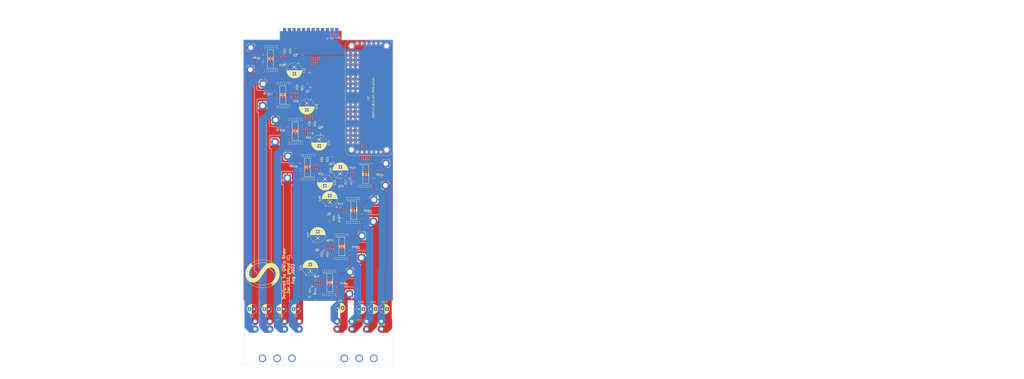
<source format=kicad_pcb>
(kicad_pcb (version 20221018) (generator pcbnew)
  (layers (0 "F.Cu" mixed) (1 "In1.Cu" signal) (2 "In2.Cu" signal) (31 "B.Cu" mixed) (34 "B.Paste" user) (35 "F.Paste" user) (36 "B.SilkS" user "B.Silkscreen") (37 "F.SilkS" user "F.Silkscreen") (38 "B.Mask" user) (39 "F.Mask" user) (44 "Edge.Cuts" user))
  (net 0 "")
  (net 1 "+3.3V")
  (net 2 "GNDD")
  (net 3 "I2C_SDA")
  (net 4 "I2C_SCL")
  (net 5 "PWM_OE")
  (net 6 "PWM_00")
  (net 7 "PWM_01")
  (net 8 "PWM_02")
  (net 9 "PWM_03")
  (net 10 "PWM_04")
  (net 11 "PWM_05")
  (net 12 "PWM_06")
  (net 13 "PWM_07")
  (net 14 "PWM_08")
  (net 15 "PWM_09")
  (net 16 "PWM_10")
  (net 17 "PWM_11")
  (net 18 "PWM_12")
  (net 19 "PWM_13")
  (net 20 "PWM_14")
  (net 21 "PWM_15")
  (net 22 "GNDPWR")
  (net 23 "P_OUT_0_-")
  (net 24 "VCC")
  (net 25 "NOT_PWM_00")
  (net 26 "P_OUT_0_+")
  (net 29 "P_OUT_1_-")
  (net 30 "NOT_PWM_02")
  (net 31 "P_OUT_1_+")
  (net 34 "P_OUT_2_-")
  (net 35 "NOT_PWM_04")
  (net 36 "P_OUT_2_+")
  (net 39 "P_OUT_3_-")
  (net 40 "NOT_PWM_06")
  (net 41 "P_OUT_3_+")
  (net 44 "P_OUT_4_-")
  (net 45 "NOT_PWM_08")
  (net 46 "P_OUT_4_+")
  (net 49 "P_OUT_5_-")
  (net 50 "NOT_PWM_10")
  (net 51 "P_OUT_5_+")
  (net 54 "P_OUT_6_-")
  (net 55 "NOT_PWM_12")
  (net 56 "P_OUT_6_+")
  (net 59 "P_OUT_7_-")
  (net 60 "NOT_PWM_14")
  (net 61 "P_OUT_7_+")
  (net 64 "Net-(IC4-Pad3)")
  (net 65 "Net-(IC4-Pad6)")
  (net 66 "Net-(IC4-Pad11)")
  (net 67 "Net-(IC5-Pad3)")
  (net 68 "Net-(IC5-Pad6)")
  (net 69 "Net-(IC5-Pad11)")
  (net 70 "Net-(IC6-Pad3)")
  (net 71 "Net-(IC6-Pad6)")
  (net 72 "Net-(IC6-Pad11)")
  (net 73 "Net-(IC7-Pad3)")
  (net 74 "Net-(IC7-Pad6)")
  (net 75 "Net-(IC7-Pad11)")
  (net 76 "Net-(IC8-Pad3)")
  (net 77 "Net-(IC8-Pad6)")
  (net 78 "Net-(IC8-Pad11)")
  (net 79 "Net-(IC9-Pad3)")
  (net 80 "Net-(IC9-Pad6)")
  (net 81 "Net-(IC9-Pad11)")
  (net 82 "Net-(IC10-Pad3)")
  (net 83 "Net-(IC10-Pad6)")
  (net 84 "Net-(IC10-Pad11)")
  (net 85 "Net-(IC11-Pad3)")
  (net 86 "Net-(IC11-Pad6)")
  (net 87 "Net-(IC11-Pad11)")
  (footprint "SamacSys_Parts:SOIC127P600X175-16N-layout" (layer "F.Cu") (at 71.081 111.3265)
    (fp_text reference "IC10")
    (fp_text value "VNH7070ASTR" hide)
  )
  (footprint "Capacitor_THT:CP_Radial_D8.0mm_P3.50mm" (layer "F.Cu") (at 52.5047 73.3555 -90)
    (fp_text reference "C24")
    (fp_text value "220uF")
  )
  (footprint "Capacitor_THT:CP_Radial_D5.0mm_P2.50mm" (layer "F.Cu") (at 62.594888 163.6)
    (fp_text reference "C9")
    (fp_text value "220uF")
  )
  (footprint "Package_TO_SOT_SMD:SOT-23" (layer "F.Cu") (at 46.2861 45.3903 180)
    (fp_text reference "Q4")
    (fp_text value "BSS138")
  )
  (footprint "Resistor_SMD:R_0603_1608Metric_Pad0.98x0.95mm_HandSolder" (layer "F.Cu") (at 72.6644 132.4417)
    (fp_text reference "R49")
    (fp_text value "1K")
  )
  (footprint "Resistor_SMD:R_0603_1608Metric_Pad0.98x0.95mm_HandSolder" (layer "F.Cu") (at 25.0361 47.8028 180)
    (fp_text reference "R37")
    (fp_text value "1K")
  )
  (footprint "Resistor_SMD:R_0603_1608Metric_Pad0.98x0.95mm_HandSolder" (layer "F.Cu") (at 35.6675 26.0251 -90)
    (fp_text reference "R20")
    (fp_text value "8k")
  )
  (footprint "Resistor_SMD:R_0603_1608Metric_Pad0.98x0.95mm_HandSolder" (layer "F.Cu") (at 48.9047 64.7555 -90)
    (fp_text reference "R22")
    (fp_text value "8k")
  )
  (footprint "Capacitor_THT:CP_Radial_D5.0mm_P2.50mm" (layer "F.Cu") (at 73.694888 164.2)
    (fp_text reference "C10")
    (fp_text value "220uF")
  )
  (footprint "SamacSys_Parts:SOIC127P600X175-16N-layout" (layer "F.Cu") (at 39.6547 68.918 180)
    (fp_text reference "IC6")
    (fp_text value "VNH7070ASTR" hide)
  )
  (footprint "Capacitor_THT:CP_Radial_D8.0mm_P3.50mm" (layer "F.Cu") (at 63.9 91.6527 90)
    (fp_text reference "C29")
    (fp_text value "220uF")
  )
  (footprint "Capacitor_THT:CP_Radial_D8.0mm_P3.50mm" (layer "F.Cu") (at 55.6 94.6473 -90)
    (fp_text reference "C25")
    (fp_text value "220uF")
  )
  (footprint "Resistor_SMD:R_0603_1608Metric_Pad0.98x0.95mm_HandSolder" (layer "F.Cu") (at 48.9977 154.2194 90)
    (fp_text reference "R24")
    (fp_text value "8k")
  )
  (footprint "SamacSys_Parts:SOIC127P600X175-16N-layout" (layer "F.Cu") (at 64.6644 130.6917)
    (fp_text reference "IC9")
    (fp_text value "VNH7070ASTR" hide)
  )
  (footprint "Package_TO_SOT_SMD:SOT-23" (layer "F.Cu") (at 51.4144 134.8542)
    (fp_text reference "Q8")
    (fp_text value "BSS138")
  )
  (footprint "SamacSys_Parts:SOIC127P600X175-16N-layout" (layer "F.Cu") (at 33.0361 49.5528 180)
    (fp_text reference "IC5")
    (fp_text value "VNH7070ASTR" hide)
  )
  (footprint "Resistor_SMD:R_0603_1608Metric_Pad0.98x0.95mm_HandSolder" (layer "F.Cu") (at 31.6547 67.168 180)
    (fp_text reference "R38")
    (fp_text value "1K")
  )
  (footprint "Resistor_SMD:R_0603_1608Metric_Pad0.98x0.95mm_HandSolder" (layer "F.Cu") (at 71.2477 96.1238 90)
    (fp_text reference "R47")
    (fp_text value "1K")
  )
  (footprint "Resistor_SMD:R_0603_1608Metric_Pad0.98x0.95mm_HandSolder" (layer "F.Cu") (at 45.9047 64.7555 -90)
    (fp_text reference "R34")
    (fp_text value "1K")
  )
  (footprint "Resistor_SMD:R_0603_1608Metric_Pad0.98x0.95mm_HandSolder" (layer "F.Cu") (at 58.4144 134.8542 90)
    (fp_text reference "R45")
    (fp_text value "1K")
  )
  (footprint "Resistor_SMD:R_0603_1608Metric_Pad0.98x0.95mm_HandSolder" (layer "F.Cu") (at 53.3608 90.2832 180)
    (fp_text reference "R31")
    (fp_text value "1K")
  )
  (footprint "Resistor_SMD:R_0603_1608Metric_Pad0.98x0.95mm_HandSolder" (layer "F.Cu") (at 57.5769 128.6917)
    (fp_text reference "R41")
    (fp_text value "1K")
  )
  (footprint "SamacSys_Parts:SOIC127P600X175-16N-layout" (layer "F.Cu") (at 77.4977 91.9613)
    (fp_text reference "IC11")
    (fp_text value "VNH7070ASTR" hide)
  )
  (footprint "Capacitor_THT:CP_Radial_D5.0mm_P2.50mm" (layer "F.Cu") (at 17.7051 164.2 180)
    (fp_text reference "C1")
    (fp_text value "220uF")
  )
  (footprint "Resistor_SMD:R_0603_1608Metric_Pad0.98x0.95mm_HandSolder" (layer "F.Cu") (at 55.5233 84.1207 -90)
    (fp_text reference "R23")
    (fp_text value "8k")
  )
  (footprint "Capacitor_THT:CP_Radial_D5.0mm_P2.50mm" (layer "F.Cu") (at 41.305113 164.2 180)
    (fp_text reference "C4")
    (fp_text value "220uF")
  )
  (footprint "SamacSys_Parts:SOIC127P600X175-16N-layout" (layer "F.Cu") (at 46.2733 88.2832 180)
    (fp_text reference "IC7")
    (fp_text value "VNH7070ASTR" hide)
  )
  (footprint "Package_TO_SOT_SMD:SOT-23" (layer "F.Cu") (at 59.5233 84.1207 180)
    (fp_text reference "Q6")
    (fp_text value "BSS138")
  )
  (footprint "Resistor_SMD:R_0603_1608Metric_Pad0.98x0.95mm_HandSolder" (layer "F.Cu") (at 32.6675 26.0251 -90)
    (fp_text reference "R32")
    (fp_text value "1K")
  )
  (footprint "SamacSys_Parts:SOIC127P600X175-16N-layout" (layer "F.Cu") (at 26.4175 30.1876 180)
    (fp_text reference "IC4")
    (fp_text value "VNH7070ASTR" hide)
  )
  (footprint "Capacitor_THT:CP_Radial_D8.0mm_P3.50mm" (layer "F.Cu") (at 47.8 143.8527 90)
    (fp_text reference "C26")
    (fp_text value "220uF")
  )
  (footprint "Resistor_SMD:R_0603_1608Metric_Pad0.98x0.95mm_HandSolder" (layer "F.Cu") (at 64.831 115.489 90)
    (fp_text reference "R46")
    (fp_text value "1K")
  )
  (footprint "Resistor_SMD:R_0603_1608Metric_Pad0.98x0.95mm_HandSolder" (layer "F.Cu") (at 39.2861 45.3903 -90)
    (fp_text reference "R33")
    (fp_text value "1K")
  )
  (footprint "Resistor_SMD:R_0603_1608Metric_Pad0.98x0.95mm_HandSolder" (layer "F.Cu") (at 70.4102 89.9613)
    (fp_text reference "R43")
    (fp_text value "1K")
  )
  (footprint "Capacitor_THT:CP_Radial_D5.0mm_P2.50mm" (layer "F.Cu") (at 25.6051 164.2 180)
    (fp_text reference "C2")
    (fp_text value "220uF")
  )
  (footprint "Resistor_SMD:R_0603_1608Metric_Pad0.98x0.95mm_HandSolder" (layer "F.Cu") (at 68.2477 96.1238 90)
    (fp_text reference "R27")
    (fp_text value "8k")
  )
  (footprint "Capacitor_THT:CP_Radial_D8.0mm_P3.50mm" (layer "F.Cu") (at 51.8144 126.2542 90)
    (fp_text reference "C27")
    (fp_text value "220uF")
  )
  (footprint "Resistor_SMD:R_0603_1608Metric_Pad0.98x0.95mm_HandSolder" (layer "F.Cu") (at 51.9977 154.2194 90)
    (fp_text reference "R44")
    (fp_text value "1K")
  )
  (footprint "Capacitor_THT:CP_Radial_D8.0mm_P3.50mm" (layer "F.Cu") (at 39.2675 34.6251 -90)
    (fp_text reference "C22")
    (fp_text value "220uF")
  )
  (footprint "Capacitor_THT:CP_Radial_D5.0mm_P2.50mm" (layer "F.Cu") (at 80.194888 164.2)
    (fp_text reference "C11")
    (fp_text value "220uF")
  )
  (footprint "Package_TO_SOT_SMD:SOT-23" (layer "F.Cu") (at 52.9047 64.7555 180)
    (fp_text reference "Q5")
    (fp_text value "BSS138")
  )
  (footprint "Capacitor_THT:CP_Radial_D5.0mm_P2.50mm" (layer "F.Cu") (at 33.5051 164.2 180)
    (fp_text reference "C3")
    (fp_text value "220uF")
  )
  (footprint "Capacitor_THT:CP_Radial_D5.0mm_P2.50mm" (layer "F.Cu") (at 86.3949 164.2)
    (fp_text reference "C12")
    (fp_text value "220uF")
  )
  (footprint "Resistor_SMD:R_0603_1608Metric_Pad0.98x0.95mm_HandSolder" (layer "F.Cu") (at 61.831 115.489 90)
    (fp_text reference "R26")
    (fp_text value "8k")
  )
  (footprint "Resistor_SMD:R_0603_1608Metric_Pad0.98x0.95mm_HandSolder" (layer "F.Cu") (at 33.505 32.1876 180)
    (fp_text reference "R28")
    (fp_text value "1K")
  )
  (footprint "Resistor_SMD:R_0603_1608Metric_Pad0.98x0.95mm_HandSolder" (layer "F.Cu") (at 51.1602 148.0569)
    (fp_text reference "R40")
    (fp_text value "1K")
  )
  (footprint "Resistor_SMD:R_0603_1608Metric_Pad0.98x0.95mm_HandSolder" (layer "F.Cu") (at 38.2733 86.5332 180)
    (fp_text reference "R39")
    (fp_text value "1K")
  )
  (footprint "Package_TO_SOT_SMD:SOT-23" (layer "F.Cu") (at 64.2477 96.1238)
    (fp_text reference "Q10")
    (fp_text value "BSS138")
  )
  (footprint "Resistor_SMD:R_0603_1608Metric_Pad0.98x0.95mm_HandSolder" (layer "F.Cu") (at 42.2861 45.3903 -90)
    (fp_text reference "R21")
    (fp_text value "8k")
  )
  (footprint "Resistor_SMD:R_0603_1608Metric_Pad0.98x0.95mm_HandSolder" (layer "F.Cu") (at 18.4175 28.4376 180)
    (fp_text reference "R36")
    (fp_text value "1K")
  )
  (footprint "Package_TO_SOT_SMD:SOT-23" (layer "F.Cu") (at 50.5 157.9)
    (fp_text reference "Q7")
    (fp_text value "BSS138")
  )
  (footprint "SamacSys_Parts:SOIC127P600X175-16N-layout" (layer "F.Cu") (at 58.2477 150.0569)
    (fp_text reference "IC8")
    (fp_text value "VNH7070ASTR" hide)
  )
  (footprint "Package_TO_SOT_SMD:SOT-23" (layer "F.Cu") (at 57.831 115.489)
    (fp_text reference "Q9")
    (fp_text value "BSS138")
  )
  (footprint "Package_TO_SOT_SMD:SOT-23" (layer "F.Cu") (at 39.6675 26.0251 180)
    (fp_text reference "Q3")
    (fp_text value "BSS138")
  )
  (footprint "Resistor_SMD:R_0603_1608Metric_Pad0.98x0.95mm_HandSolder" (layer "F.Cu") (at 79.0814 113.0767)
    (fp_text reference "R50")
    (fp_text value "1K")
  )
  (footprint "Resistor_SMD:R_0603_1608Metric_Pad0.98x0.95mm_HandSolder" (layer "F.Cu") (at 55.4144 134.8542 90)
    (fp_text reference "R25")
    (fp_text value "8k")
  )
  (footprint "Arduino:MODULE_815" (layer "F.Cu") (at 79.2477 50.994 -90)
    (fp_text reference "U2")
    (fp_text value "Adafruit_815_I2C_PWM_driver")
  )
  (footprint "Capacitor_THT:CP_Radial_D8.0mm_P3.50mm" (layer "F.Cu") (at 45.8861 53.9903 -90)
    (fp_text reference "C23")
    (fp_text value "220uF")
  )
  (footprint "Resistor_SMD:R_0603_1608Metric_Pad0.98x0.95mm_HandSolder" (layer "F.Cu") (at 46.7422 70.918 180)
    (fp_text reference "R30")
    (fp_text value "1K")
  )
  (footprint "Resistor_SMD:R_0603_1608Metric_Pad0.98x0.95mm_HandSolder" (layer "F.Cu") (at 52.5233 84.1207 -90)
    (fp_text reference "R35")
    (fp_text value "1K")
  )
  (footprint "Resistor_SMD:R_0603_1608Metric_Pad0.98x0.95mm_HandSolder" (layer "F.Cu") (at 66.2477 151.8069)
    (fp_text reference "R48")
    (fp_text value "1K")
  )
  (footprint "Resistor_SMD:R_0603_1608Metric_Pad0.98x0.95mm_HandSolder" (layer "F.Cu") (at 40.1236 51.5528 180)
    (fp_text reference "R29")
    (fp_text value "1K")
  )
  (footprint "Capacitor_THT:CP_Radial_D8.0mm_P3.50mm" (layer "F.Cu") (at 58.231 106.889 90)
    (fp_text reference "C28")
    (fp_text value "220uF")
  )
  (footprint "SamacSys_Parts:TE-5530843-1-2x12_edge_connector" (layer "F.Cu") (at 48 11.9946 180)
    (fp_text reference "J6")
    (fp_text value "Conn_02x12_Odd_Even")
    (fp_line (start -16.51 -1.6256) (end -16.51 -8) (stroke (width 0.12)) (layer "Edge.Cuts"))
    (fp_line (start -16.51 -1.6256) (end -14.9098 0) (stroke (width 0.12)) (layer "Edge.Cuts"))
    (fp_line (start 14.9098 0) (end -14.9098 0) (stroke (width 0.12)) (layer "Edge.Cuts"))
    (fp_line (start 16.51 -1.6256) (end 14.9098 0) (stroke (width 0.12)) (layer "Edge.Cuts"))
    (fp_line (start 16.51 -1.6256) (end 16.51 -8) (stroke (width 0.12)) (layer "Edge.Cuts"))
  )
  (footprint "Resistor_SMD:R_0603_1608Metric_Pad0.98x0.95mm_HandSolder" (layer "F.Cu") (at 85.4977 93.7113)
    (fp_text reference "R51")
    (fp_text value "1K")
  )
  (footprint "Resistor_SMD:R_0603_1608Metric_Pad0.98x0.95mm_HandSolder" (layer "F.Cu") (at 63.9935 109.3265)
    (fp_text reference "R42")
    (fp_text value "1K")
  )
  (footprint "SamacSys_Parts:Anderson_PCB_mount_P1545_2x4" (layer "B.Cu") (at 18.1957 170.814)
    (fp_text reference "J7")
    (fp_text value "Conn_02x04_Odd_Even")
  )
  (footprint "SamacSys_Parts:Anderson_PCB_mount_P1545_2x4" (layer "B.Cu") (at 62.0997 170.814)
    (fp_text reference "J12")
    (fp_text value "Conn_02x04_Odd_Even")
  )
  (gr_line (start 29.473194 144.965142) (end 29.454313 144.763129) (stroke (width 0.150641)) (layer "F.SilkS"))
  (gr_line (start 15.489061 142.878685) (end 15.392376 143.062547) (stroke (width 0.150641)) (layer "F.SilkS"))
  (gr_line (start 13.387844 147.134154) (end 13.326921 146.899127) (stroke (width 0.150641)) (layer "F.SilkS"))
  (gr_line (start 20.723714 152.752383) (end 20.430565 152.709953) (stroke (width 0.150641)) (layer "F.SilkS"))
  (gr_line (start 29.686314 149.519805) (end 29.43152 149.81908) (stroke (width 0.150641)) (layer "F.SilkS"))
  (gr_line (start 26.084389 140.218815) (end 25.877506 140.118338) (stroke (width 0.150641)) (layer "F.SilkS"))
  (gr_line (start 14.839341 145.17487) (end 14.835473 145.375067) (stroke (width 0.150641)) (layer "F.SilkS"))
  (gr_line (start 14.850949 145.766991) (end 14.870286 145.961025) (stroke (width 0.150641)) (layer "F.SilkS"))
  (gr_line (start 15.441119 140.307692) (end 15.755653 140.031294) (stroke (width 0.150641)) (layer "F.SilkS"))
  (gr_line (start 29.414592 146.279248) (end 29.455541 145.983451) (stroke (width 0.150641)) (layer "F.SilkS"))
  (gr_line (start 13.326921 146.899127) (end 13.27537 146.661906) (stroke (width 0.150641)) (layer "F.SilkS"))
  (gr_line (start 15.378372 150.335104) (end 15.190325 150.151695) (stroke (width 0.150641)) (layer "F.SilkS"))
  (gr_line (start 17.149408 140.928617) (end 16.981562 141.064641) (stroke (width 0.150641)) (layer "F.SilkS"))
  (gr_line (start 26.807235 151.819268) (end 26.434053 151.997948) (stroke (width 0.150641)) (layer "F.SilkS"))
  (gr_line (start 25.877506 140.118338) (end 25.877506 140.118338) (stroke (width 0.150641)) (layer "F.SilkS"))
  (gr_line (start 24.792813 139.699701) (end 24.567139 139.63458) (stroke (width 0.150641)) (layer "F.SilkS"))
  (gr_line (start 26.278627 150.381915) (end 26.567955 150.210798) (stroke (width 0.150641)) (layer "F.SilkS"))
  (gr_line (start 15.392384 147.649475) (end 15.489068 147.830651) (stroke (width 0.150641)) (layer "F.SilkS"))
  (gr_line (start 18.65302 138.397641) (end 19.057369 138.270013) (stroke (width 0.150641)) (layer "F.SilkS"))
  (gr_line (start 30.787022 147.562144) (end 30.654529 147.907708) (stroke (width 0.150641)) (layer "F.SilkS"))
  (gr_line (start 31.112975 144.559989) (end 31.143687 144.939625) (stroke (width 0.150641)) (layer "F.SilkS"))
  (gr_line (start 14.897358 146.153774) (end 14.932164 146.345237) (stroke (width 0.150641)) (layer "F.SilkS"))
  (gr_line (start 28.30897 148.689569) (end 28.497335 148.444142) (stroke (width 0.150641)) (layer "F.SilkS"))
  (gr_line (start 13.15821 145.442908) (end 13.15821 145.442908) (stroke (width 0.150641)) (layer "F.SilkS"))
  (gr_line (start 29.087 147.406469) (end 29.193467 147.133059) (stroke (width 0.150641)) (layer "F.SilkS"))
  (gr_line (start 15.146877 140.592334) (end 15.441119 140.307692) (stroke (width 0.150641)) (layer "F.SilkS"))
  (gr_line (start 24.811385 138.159402) (end 25.223696 138.270013) (stroke (width 0.150641)) (layer "F.SilkS"))
  (gr_line (start 31.062199 146.479163) (end 30.990857 146.847871) (stroke (width 0.150641)) (layer "F.SilkS"))
  (gr_line (start 29.393891 144.365003) (end 29.35235 144.168889) (stroke (width 0.150641)) (layer "F.SilkS"))
  (gr_line (start 13.168356 145.042853) (end 13.198795 144.651042) (stroke (width 0.150641)) (layer "F.SilkS"))
  (gr_line (start 14.974698 144.194304) (end 14.932157 144.387694) (stroke (width 0.150641)) (layer "F.SilkS"))
  (gr_line (start 17.654228 151.861372) (end 17.654228 151.861372) (stroke (width 0.150641)) (layer "F.SilkS"))
  (gr_line (start 13.83305 148.276392) (end 13.725264 148.052331) (stroke (width 0.150641)) (layer "F.SilkS"))
  (gr_line (start 28.497335 148.444142) (end 28.669321 148.193119) (stroke (width 0.150641)) (layer "F.SilkS"))
  (gr_line (start 30.49874 142.439417) (end 30.652299 142.774126) (stroke (width 0.150641)) (layer "F.SilkS"))
  (gr_line (start 29.423828 140.878185) (end 29.67976 141.175456) (stroke (width 0.150641)) (layer "F.SilkS"))
  (gr_line (start 16.981562 141.064641) (end 16.818903 141.205732) (stroke (width 0.150641)) (layer "F.SilkS"))
  (gr_line (start 24.855787 152.542501) (end 24.439836 152.636096) (stroke (width 0.150641)) (layer "F.SilkS"))
  (gr_line (start 15.755653 140.031294) (end 15.755653 140.031294) (stroke (width 0.150641)) (layer "F.SilkS"))
  (gr_line (start 27.209121 140.924918) (end 27.035543 140.794944) (stroke (width 0.150641)) (layer "F.SilkS"))
  (gr_line (start 13.655377 142.815648) (end 13.807571 142.4733) (stroke (width 0.150641)) (layer "F.SilkS"))
  (gr_line (start 22.405033 139.327585) (end 22.150239 139.324484) (stroke (width 0.150641)) (layer "F.SilkS"))
  (gr_line (start 22.231773 151.367537) (end 22.231773 151.367537) (stroke (width 0.150641)) (layer "F.SilkS"))
  (gr_line (start 29.35235 144.168889) (end 29.303257 143.974742) (stroke (width 0.150641)) (layer "F.SilkS"))
  (gr_line (start 19.135348 150.843497) (end 19.355517 150.921017) (stroke (width 0.150641)) (layer "F.SilkS"))
  (gr_line (start 22.656915 139.336888) (end 22.405033 139.327585) (stroke (width 0.150641)) (layer "F.SilkS"))
  (gr_line (start 23.151943 139.374099) (end 22.905885 139.352392) (stroke (width 0.150641)) (layer "F.SilkS"))
  (gr_line (start 31.061789 144.187841) (end 31.112975 144.559989) (stroke (width 0.150641)) (layer "F.SilkS"))
  (gr_line (start 13.980057 142.139197) (end 14.172836 141.813337) (stroke (width 0.150641)) (layer "F.SilkS"))
  (gr_line (start 17.496211 138.882631) (end 17.872441 138.70395) (stroke (width 0.150641)) (layer "F.SilkS"))
  (gr_line (start 30.501653 148.245557) (end 30.328394 148.575691) (stroke (width 0.150641)) (layer "F.SilkS"))
  (gr_line (start 21.975569 151.364436) (end 22.231773 151.367537) (stroke (width 0.150641)) (layer "F.SilkS"))
  (gr_line (start 26.40712 138.70395) (end 26.783759 138.882631) (stroke (width 0.150641)) (layer "F.SilkS"))
  (gr_line (start 25.677859 150.683079) (end 25.981928 150.539342) (stroke (width 0.150641)) (layer "F.SilkS"))
  (gr_line (start 23.582273 152.772236) (end 23.14066 152.814779) (stroke (width 0.150641)) (layer "F.SilkS"))
  (gr_line (start 27.69655 141.344338) (end 27.539625 141.199615) (stroke (width 0.150641)) (layer "F.SilkS"))
  (gr_line (start 24.338553 139.575661) (end 24.107055 139.522945) (stroke (width 0.150641)) (layer "F.SilkS"))
  (gr_line (start 24.567139 139.63458) (end 24.338553 139.575661) (stroke (width 0.150641)) (layer "F.SilkS"))
  (gr_line (start 16.664712 149.339387) (end 16.823367 149.484602) (stroke (width 0.150641)) (layer "F.SilkS"))
  (gr_line (start 14.897351 144.582446) (end 14.87028 144.778559) (stroke (width 0.150641)) (layer "F.SilkS"))
  (gr_line (start 28.521537 142.315901) (end 28.397917 142.141685) (stroke (width 0.150641)) (layer "F.SilkS"))
  (gr_line (start 14.669318 149.567889) (end 14.510026 149.362094) (stroke (width 0.150641)) (layer "F.SilkS"))
  (gr_line (start 20.739593 151.255905) (end 20.980782 151.290015) (stroke (width 0.150641)) (layer "F.SilkS"))
  (gr_line (start 29.031356 143.217817) (end 28.944498 143.033502) (stroke (width 0.150641)) (layer "F.SilkS"))
  (gr_line (start 28.104225 148.929399) (end 28.30897 148.689569) (stroke (width 0.150641)) (layer "F.SilkS"))
  (gr_line (start 26.849912 150.025992) (end 27.124498 149.827495) (stroke (width 0.150641)) (layer "F.SilkS"))
  (gr_line (start 25.662028 152.304259) (end 25.263185 152.431888) (stroke (width 0.150641)) (layer "F.SilkS"))
  (gr_line (start 21.680288 137.861603) (end 22.150245 137.853094) (stroke (width 0.150641)) (layer "F.SilkS"))
  (gr_line (start 19.099355 139.848549) (end 18.88633 139.932276) (stroke (width 0.150641)) (layer "F.SilkS"))
  (gr_line (start 15.82553 148.366461) (end 15.951972 148.540715) (stroke (width 0.150641)) (layer "F.SilkS"))
  (gr_line (start 15.82553 148.366461) (end 15.82553 148.366461) (stroke (width 0.150641)) (layer "F.SilkS"))
  (gr_line (start 18.676399 140.022206) (end 18.469562 140.118338) (stroke (width 0.150641)) (layer "F.SilkS"))
  (gr_line (start 15.985645 150.85175) (end 15.776032 150.685131) (stroke (width 0.150641)) (layer "F.SilkS"))
  (gr_line (start 24.390156 138.065808) (end 24.811385 138.159402) (stroke (width 0.150641)) (layer "F.SilkS"))
  (gr_line (start 14.172836 141.813337) (end 14.385908 141.495721) (stroke (width 0.150641)) (layer "F.SilkS"))
  (gr_line (start 17.919167 151.980944) (end 17.654228 151.861372) (stroke (width 0.150641)) (layer "F.SilkS"))
  (gr_line (start 29.246611 143.782561) (end 29.182412 143.592347) (stroke (width 0.150641)) (layer "F.SilkS"))
  (gr_line (start 20.501406 151.215594) (end 20.739593 151.255905) (stroke (width 0.150641)) (layer "F.SilkS"))
  (gr_line (start 27.539625 141.199615) (end 27.377148 141.059809) (stroke (width 0.150641)) (layer "F.SilkS"))
  (gr_line (start 15.082985 143.811607) (end 15.024974 144.002275) (stroke (width 0.150641)) (layer "F.SilkS"))
  (gr_line (start 18.186928 152.092802) (end 17.919167 151.980944) (stroke (width 0.150641)) (layer "F.SilkS"))
  (gr_line (start 29.4883 145.375067) (end 29.4883 145.375067) (stroke (width 0.150641)) (layer "F.SilkS"))
  (gr_line (start 17.32244 140.797661) (end 17.149408 140.928617) (stroke (width 0.150641)) (layer "F.SilkS"))
  (gr_line (start 29.484523 145.169121) (end 29.473194 144.965142) (stroke (width 0.150641)) (layer "F.SilkS"))
  (gr_line (start 15.024974 144.002275) (end 14.974698 144.194304) (stroke (width 0.150641)) (layer "F.SilkS"))
  (gr_line (start 26.671734 140.549744) (end 26.481503 140.434518) (stroke (width 0.150641)) (layer "F.SilkS"))
  (gr_line (start 19.315475 139.771024) (end 19.099355 139.848549) (stroke (width 0.150641)) (layer "F.SilkS"))
  (gr_line (start 17.697173 150.138074) (end 17.88804 150.254248) (stroke (width 0.150641)) (layer "F.SilkS"))
  (gr_line (start 16.220137 141.820773) (end 16.083413 141.987203) (stroke (width 0.150641)) (layer "F.SilkS"))
  (gr_line (start 21.924519 152.844957) (end 21.620086 152.833385) (stroke (width 0.150641)) (layer "F.SilkS"))
  (gr_line (start 14.076741 148.717934) (end 13.95021 148.49826) (stroke (width 0.150641)) (layer "F.SilkS"))
  (gr_line (start 18.492856 150.573729) (end 18.704018 150.669853) (stroke (width 0.150641)) (layer "F.SilkS"))
  (gr_line (start 18.492856 150.573729) (end 18.492856 150.573729) (stroke (width 0.150641)) (layer "F.SilkS"))
  (gr_line (start 31.153924 145.32675) (end 31.153924 145.32675) (stroke (width 0.150641)) (layer "F.SilkS"))
  (gr_line (start 29.915217 141.480215) (end 30.130199 141.792462) (stroke (width 0.150641)) (layer "F.SilkS"))
  (gr_line (start 27.124498 149.827495) (end 27.391714 149.615309) (stroke (width 0.150641)) (layer "F.SilkS"))
  (gr_line (start 19.804864 151.057452) (end 20.034042 151.116368) (stroke (width 0.150641)) (layer "F.SilkS"))
  (gr_line (start 19.568044 152.536378) (end 19.286179 152.463091) (stroke (width 0.150641)) (layer "F.SilkS"))
  (gr_line (start 25.666391 140.022206) (end 25.452365 139.932276) (stroke (width 0.150641)) (layer "F.SilkS"))
  (gr_line (start 17.87266 140.435196) (end 17.684066 140.550951) (stroke (width 0.150641)) (layer "F.SilkS"))
  (gr_line (start 14.385908 141.495721) (end 14.619272 141.186348) (stroke (width 0.150641)) (layer "F.SilkS"))
  (gr_line (start 13.15821 145.442908) (end 13.15821 145.442908) (stroke (width 0.150641)) (layer "F.SilkS"))
  (gr_line (start 13.233193 146.422493) (end 13.200388 146.180886) (stroke (width 0.150641)) (layer "F.SilkS"))
  (gr_line (start 21.019684 152.787098) (end 20.723714 152.752383) (stroke (width 0.150641)) (layer "F.SilkS"))
  (gr_line (start 22.231773 152.848814) (end 22.231773 152.848814) (stroke (width 0.150641)) (layer "F.SilkS"))
  (gr_line (start 18.469562 140.118338) (end 18.265408 140.21889) (stroke (width 0.150641)) (layer "F.SilkS"))
  (gr_line (start 14.835473 145.375067) (end 14.835479 145.375067) (stroke (width 0.150641)) (layer "F.SilkS"))
  (gr_line (start 27.510284 139.291044) (end 27.86017 139.520776) (stroke (width 0.150641)) (layer "F.SilkS"))
  (gr_line (start 19.894184 138.065808) (end 20.326651 137.989231) (stroke (width 0.150641)) (layer "F.SilkS"))
  (gr_line (start 27.391714 149.615309) (end 27.391714 149.615309) (stroke (width 0.150641)) (layer "F.SilkS"))
  (gr_line (start 25.263185 152.431888) (end 24.855787 152.542501) (stroke (width 0.150641)) (layer "F.SilkS"))
  (gr_line (start 19.578689 150.992335) (end 19.804864 151.057452) (stroke (width 0.150641)) (layer "F.SilkS"))
  (gr_line (start 28.964153 147.674282) (end 29.087 147.406469) (stroke (width 0.150641)) (layer "F.SilkS"))
  (gr_line (start 13.32055 143.892153) (end 13.411867 143.525074) (stroke (width 0.150641)) (layer "F.SilkS"))
  (gr_line (start 13.725264 148.052331) (end 13.62685 147.826077) (stroke (width 0.150641)) (layer "F.SilkS"))
  (gr_line (start 14.932157 144.387694) (end 14.897351 144.582446) (stroke (width 0.150641)) (layer "F.SilkS"))
  (gr_line (start 13.27537 146.661906) (end 13.233193 146.422493) (stroke (width 0.150641)) (layer "F.SilkS"))
  (gr_line (start 15.222219 147.283265) (end 15.303434 147.467013) (stroke (width 0.150641)) (layer "F.SilkS"))
  (gr_line (start 28.544837 150.670614) (end 28.544837 150.670614) (stroke (width 0.150641)) (layer "F.SilkS"))
  (gr_line (start 29.455541 145.983451) (end 29.48011 145.682057) (stroke (width 0.150641)) (layer "F.SilkS"))
  (gr_line (start 21.896993 139.327585) (end 21.64684 139.336888) (stroke (width 0.150641)) (layer "F.SilkS"))
  (gr_line (start 17.331544 149.891205) (end 17.511674 150.01706) (stroke (width 0.150641)) (layer "F.SilkS"))
  (gr_line (start 26.783759 138.882631) (end 27.151481 139.078328) (stroke (width 0.150641)) (layer "F.SilkS"))
  (gr_line (start 19.057369 138.270013) (end 19.47109 138.159402) (stroke (width 0.150641)) (layer "F.SilkS"))
  (gr_line (start 16.085019 139.767526) (end 16.423757 139.520776) (stroke (width 0.150641)) (layer "F.SilkS"))
  (gr_line (start 23.342992 151.305936) (end 23.698657 151.258025) (stroke (width 0.150641)) (layer "F.SilkS"))
  (gr_line (start 20.677166 139.436118) (end 20.442482 139.47643) (stroke (width 0.150641)) (layer "F.SilkS"))
  (gr_line (start 22.616063 137.861603) (end 23.072963 137.887128) (stroke (width 0.150641)) (layer "F.SilkS"))
  (gr_line (start 14.835473 145.375067) (end 14.835473 145.375067) (stroke (width 0.150641)) (layer "F.SilkS"))
  (gr_line (start 21.224974 151.317923) (end 21.47217 151.339629) (stroke (width 0.150641)) (layer "F.SilkS"))
  (gr_line (start 27.035543 140.794944) (end 26.856413 140.669886) (stroke (width 0.150641)) (layer "F.SilkS"))
  (gr_line (start 15.009467 149.96269) (end 14.835798 149.768088) (stroke (width 0.150641)) (layer "F.SilkS"))
  (gr_line (start 16.657618 151.318025) (end 16.426438 151.168197) (stroke (width 0.150641)) (layer "F.SilkS"))
  (gr_line (start 31.143687 144.939625) (end 31.153924 145.32675) (stroke (width 0.150641)) (layer "F.SilkS"))
  (gr_line (start 19.355517 150.921017) (end 19.578689 150.992335) (stroke (width 0.150641)) (layer "F.SilkS"))
  (gr_line (start 23.96001 137.989231) (end 24.390156 138.065808) (stroke (width 0.150641)) (layer "F.SilkS"))
  (gr_line (start 20.430565 152.709953) (end 20.140237 152.659809) (stroke (width 0.150641)) (layer "F.SilkS"))
  (gr_line (start 16.426438 151.168197) (end 16.202447 151.012772) (stroke (width 0.150641)) (layer "F.SilkS"))
  (gr_poly (pts (xy 27.660893 151.322468) (xy 27.660896 151.32247) (xy 27.66089 151.32247)) (stroke (width 0.3)) (fill solid) (layer "F.SilkS"))
  (gr_line (start 18.730912 152.293375) (end 18.457509 152.196945) (stroke (width 0.150641)) (layer "F.SilkS"))
  (gr_line (start 29.110661 143.404099) (end 29.031356 143.217817) (stroke (width 0.150641)) (layer "F.SilkS"))
  (gr_line (start 22.231773 152.848814) (end 21.924519 152.844957) (stroke (width 0.150641)) (layer "F.SilkS"))
  (gr_line (start 20.210893 139.522945) (end 19.982397 139.575661) (stroke (width 0.150641)) (layer "F.SilkS"))
  (gr_line (start 14.872928 140.885219) (end 15.146877 140.592334) (stroke (width 0.150641)) (layer "F.SilkS"))
  (gr_line (start 25.981928 150.539342) (end 26.278627 150.381915) (stroke (width 0.150641)) (layer "F.SilkS"))
  (gr_line (start 17.654228 151.861372) (end 17.394292 151.73393) (stroke (width 0.150641)) (layer "F.SilkS"))
  (gr_line (start 16.083413 141.987203) (end 15.951875 142.1587) (stroke (width 0.150641)) (layer "F.SilkS"))
  (gr_line (start 28.850088 142.851152) (end 28.748124 142.670769) (stroke (width 0.150641)) (layer "F.SilkS"))
  (gr_line (start 31.113158 146.10274) (end 31.062199 146.479163) (stroke (width 0.150641)) (layer "F.SilkS"))
  (gr_line (start 25.015576 139.771024) (end 24.792813 139.699701) (stroke (width 0.150641)) (layer "F.SilkS"))
  (gr_line (start 26.052317 152.159612) (end 25.662028 152.304259) (stroke (width 0.150641)) (layer "F.SilkS"))
  (gr_line (start 23.872645 139.47643) (end 23.635323 139.436118) (stroke (width 0.150641)) (layer "F.SilkS"))
  (gr_line (start 24.046951 151.196424) (end 24.387874 151.121134) (stroke (width 0.150641)) (layer "F.SilkS"))
  (gr_line (start 15.024982 146.724305) (end 15.082993 146.911911) (stroke (width 0.150641)) (layer "F.SilkS"))
  (gr_line (start 29.4883 145.375067) (end 29.484523 145.169121) (stroke (width 0.150641)) (layer "F.SilkS"))
  (gr_line (start 18.285882 150.472075) (end 18.492856 150.573729) (stroke (width 0.150641)) (layer "F.SilkS"))
  (gr_line (start 17.394292 151.73393) (end 17.141545 151.600892) (stroke (width 0.150641)) (layer "F.SilkS"))
  (gr_line (start 18.918181 150.759775) (end 19.135348 150.843497) (stroke (width 0.150641)) (layer "F.SilkS"))
  (gr_line (start 30.990128 143.82318) (end 31.061789 144.187841) (stroke (width 0.150641)) (layer "F.SilkS"))
  (gr_line (start 25.235426 139.848549) (end 25.015576 139.771024) (stroke (width 0.150641)) (layer "F.SilkS"))
  (gr_line (start 27.151481 139.078328) (end 27.510284 139.291044) (stroke (width 0.150641)) (layer "F.SilkS"))
  (gr_poly (pts (xy 13.164916 145.094) (xy 13.187707 144.765031) (xy 13.204354 144.600563) (xy 13.224615 144.436296) (xy 13.248575 144.272372) (xy 13.276318 144.108934) (xy 13.30793 143.946124) (xy 13.343496 143.784084) (xy 13.383099 143.622956) (xy 13.426825 143.462884) (xy 13.474759 143.30401) (xy 13.526986 143.146475) (xy 13.583589 142.990423) (xy 13.644655 142.835995) (xy 13.710267 142.683334) (xy 13.780511 142.532583) (xy 13.855724 142.378846) (xy 13.936762 142.222748) (xy 14.023979 142.064544) (xy 14.117732 141.904484) (xy 14.218377 141.742823) (xy 14.32627 141.579811) (xy 14.441766 141.415702) (xy 14.565222 141.250748) (xy 14.696993 141.085201) (xy 14.837436 140.919313) (xy 14.986906 140.753338) (xy 15.145759 140.587527) (xy 15.314351 140.422133) (xy 15.493039 140.257408) (xy 15.682177 140.093604) (xy 15.882122 139.930975) (xy 17.023893 141.032194) (xy 16.86275 141.169472) (xy 16.707817 141.310551) (xy 16.559223 141.454821) (xy 16.417099 141.601673) (xy 16.281575 141.750498) (xy 16.15278 141.900687) (xy 16.030846 142.051632) (xy 15.915902 142.202722) (xy 15.808079 142.353349) (xy 15.707506 142.502903) (xy 15.614315 142.650777) (xy 15.528634 142.796359) (xy 15.450595 142.939042) (xy 15.380327 143.078217) (xy 15.31796 143.213274) (xy 15.263626 143.343603) (xy 15.218044 143.441061) (xy 15.175881 143.540572) (xy 15.137005 143.641994) (xy 15.101286 143.745185) (xy 15.068596 143.850002) (xy 15.038803 143.956304) (xy 15.011779 144.063948) (xy 14.987392 144.172791) (xy 14.965513 144.282691) (xy 14.946012 144.393507) (xy 14.913624 144.617314) (xy 14.889188 144.843073) (xy 14.871665 145.069647) (xy 14.866599 145.215775) (xy 14.869837 145.359965) (xy 14.880979 145.502023) (xy 14.899623 145.641755) (xy 14.925368 145.778967) (xy 14.957812 145.913465) (xy 14.996556 146.045056) (xy 15.041196 146.173544) (xy 15.091333 146.298737) (xy 15.146565 146.420439) (xy 15.20649 146.538458) (xy 15.270708 146.652599) (xy 15.338818 146.762668) (xy 15.410417 146.868471) (xy 15.485106 146.969814) (xy 15.562482 147.066504) (xy 15.642185 147.156236) (xy 15.724122 147.240145) (xy 15.808299 147.318236) (xy 15.894721 147.390513) (xy 15.983394 147.456981) (xy 16.074324 147.517644) (xy 16.167517 147.572508) (xy 16.262978 147.621576) (xy 16.360713 147.664855) (xy 16.460728 147.702347) (xy 16.563028 147.734059) (xy 16.667619 147.759994) (xy 16.774507 147.780158) (xy 16.883697 147.794555) (xy 16.995196 147.80319) (xy 17.109008 147.806067) (xy 17.178727 147.805033) (xy 17.248173 147.801931) (xy 17.317347 147.796761) (xy 17.386247 147.789523) (xy 17.454874 147.780217) (xy 17.523229 147.768843) (xy 17.591311 147.755401) (xy 17.659119 147.739891) (xy 17.726655 147.722313) (xy 17.793918 147.702668) (xy 17.860909 147.680954) (xy 17.927626 147.657172) (xy 17.994071 147.631322) (xy 18.060243 147.603404) (xy 18.126142 147.573419) (xy 18.191768 147.541365) (xy 18.257621 147.506571) (xy 18.324201 147.468365) (xy 18.39151 147.426746) (xy 18.459546 147.381716) (xy 18.52831 147.333273) (xy 18.597801 147.281418) (xy 18.66802 147.226151) (xy 18.738967 147.167472) (xy 18.810642 147.105381) (xy 18.883044 147.039878) (xy 18.956174 146.970963) (xy 19.030032 146.898636) (xy 19.104617 146.822897) (xy 19.17993 146.743746) (xy 19.25597 146.661183) (xy 19.332738 146.575209) (xy 19.430791 146.451954) (xy 19.561952 146.274105) (xy 19.726222 146.041664) (xy 19.923601 145.754627) (xy 20.154088 145.412997) (xy 20.417684 145.01677) (xy 20.714389 144.565948) (xy 21.044202 144.06053) (xy 21.448963 143.453367) (xy 21.842445 142.895837) (xy 22.224648 142.387939) (xy 22.595573 141.929674) (xy 22.776806 141.719154) (xy 22.95522 141.521041) (xy 23.130813 141.335336) (xy 23.303587 141.162038) (xy 23.473542 141.001148) (xy 23.640676 140.852666) (xy 23.804991 140.716592) (xy 23.966485 140.592924) (xy 24.126616 140.479136) (xy 24.286837 140.372688) (xy 24.44715 140.273582) (xy 24.607554 140.181817) (xy 24.768048 140.097393) (xy 24.928634 140.02031) (xy 25.089311 139.950569) (xy 25.250078 139.888169) (xy 25.410937 139.833109) (xy 25.571887 139.785392) (xy 25.732927 139.745015) (xy 25.894059 139.71198) (xy 26.055282 139.686285) (xy 26.216595 139.667932) (xy 26.378 139.656921) (xy 26.539495 139.65325) (xy 26.770437 139.659557) (xy 26.997559 139.678479) (xy 27.22086 139.710015) (xy 27.440341 139.754166) (xy 27.656002 139.810931) (xy 27.867842 139.880311) (xy 28.075862 139.962305) (xy 28.280062 140.056915) (xy 28.480442 140.164138) (xy 28.677001 140.283977) (xy 28.86974 140.41643) (xy 29.05866 140.561498) (xy 29.243759 140.719181) (xy 29.425038 140.889479) (xy 29.602497 141.072392) (xy 29.776136 141.26792) (xy 29.928084 141.483819) (xy 30.072343 141.700166) (xy 30.208673 141.917667) (xy 30.336834 142.137032) (xy 30.456584 142.358967) (xy 30.567683 142.58418) (xy 30.669891 142.813378) (xy 30.762967 143.04727) (xy 30.84667 143.286563) (xy 30.920761 143.531964) (xy 30.984997 143.784181) (xy 31.039139 144.043922) (xy 31.082947 144.311895) (xy 31.116178 144.588807) (xy 31.138594 144.875365) (xy 31.149953 145.172278) (xy 31.151126 145.402703) (xy 31.14583 145.628884) (xy 31.134118 145.850972) (xy 31.116044 146.069117) (xy 31.09166 146.28347) (xy 31.061019 146.49418) (xy 31.024175 146.701399) (xy 30.981181 146.905276) (xy 30.932089 147.105963) (xy 30.876952 147.303609) (xy 30.815824 147.498364) (xy 30.748757 147.690379) (xy 30.675805 147.879805) (xy 30.597021 148.066792) (xy 30.512457 148.25149) (xy 30.422166 148.43405) (xy 30.313387 148.61606) (xy 30.196552 148.800991) (xy 30.071564 148.988176) (xy 29.938326 149.176946) (xy 29.796743 149.366633) (xy 29.646717 149.556567) (xy 29.488152 149.74608) (xy 29.320952 149.934505) (xy 29.14502 150.121171) (xy 28.960259 150.305412) (xy 28.766574 150.486558) (xy 28.563866 150.663941) (xy 28.352041 150.836892) (xy 28.131001 151.004743) (xy 27.900649 151.166825) (xy 27.660893 151.322468) (xy 26.534437 150.232832) (xy 26.733095 150.107418) (xy 26.924147 149.978391) (xy 27.107665 149.845939) (xy 27.283725 149.710248) (xy 27.452399 149.571507) (xy 27.613763 149.429902) (xy 27.767889 149.285622) (xy 27.914851 149.138854) (xy 28.054724 148.989786) (xy 28.187582 148.838604) (xy 28.432545 148.530652) (xy 28.650333 148.216498) (xy 28.841537 147.897642) (xy 29.006747 147.575585) (xy 29.146555 147.251827) (xy 29.261553 146.927867) (xy 29.35233 146.605207) (xy 29.419479 146.285345) (xy 29.463591 145.969783) (xy 29.485256 145.66002) (xy 29.485067 145.357557) (xy 29.472023 145.114662) (xy 29.450248 144.87544) (xy 29.435824 144.757211) (xy 29.418902 144.639904) (xy 29.399378 144.523521) (xy 29.377146 144.408064) (xy 29.352102 144.293534) (xy 29.32414 144.179932) (xy 29.293155 144.06726) (xy 29.259044 143.95552) (xy 29.221699 143.844711) (xy 29.181017 143.734837) (xy 29.136893 143.625899) (xy 29.089221 143.517897) (xy 29.037239 143.411962) (xy 28.983165 143.309234) (xy 28.926999 143.209711) (xy 28.868741 143.113394) (xy 28.80839 143.020282) (xy 28.745948 142.930376) (xy 28.681414 142.843676) (xy 28.614787 142.760181) (xy 28.546069 142.679891) (xy 28.475258 142.602807) (xy 28.402356 142.528929) (xy 28.327361 142.458256) (xy 28.250274 142.390788) (xy 28.171096 142.326526) (xy 28.089825 142.265469) (xy 28.006462 142.207617) (xy 27.921734 142.153126) (xy 27.83637 142.102149) (xy 27.750369 142.054689) (xy 27.663732 142.010743) (xy 27.576458 141.970313) (xy 27.488547 141.933399) (xy 27.4 141.9) (xy 27.310816 141.870116) (xy 27.220995 141.843749) (xy 27.130538 141.820896) (xy 27.039444 141.80156) (xy 26.947713 141.785739) (xy 26.855345 141.773434) (xy 26.762341 141.764644) (xy 26.6687 141.75937) (xy 26.574422 141.757612) (xy 26.466865 141.760198) (xy 26.35958 141.767953) (xy 26.252569 141.780878) (xy 26.14583 141.798974) (xy 26.039364 141.82224) (xy 25.933171 141.850675) (xy 25.827251 141.884281) (xy 25.721604 141.923057) (xy 25.616229 141.967002) (xy 25.511128 142.016118) (xy 25.406299 142.070404) (xy 25.301743 142.129859) (xy 25.19746 142.194484) (xy 25.093449 142.264279) (xy 24.989712 142.339244) (xy 24.886247 142.419378) (xy 24.741807 142.539423) (xy 24.593729 142.671256) (xy 24.442013 142.814877) (xy 24.286658 142.970286) (xy 24.127664 143.137483) (xy 23.965032 143.316468) (xy 23.798762 143.50724) (xy 23.628853 143.7098) (xy 23.455306 143.924147) (xy 23.278121 144.150282) (xy 23.097297 144.388205) (xy 22.912834 144.637914) (xy 22.724734 144.899411) (xy 22.532994 145.172694) (xy 22.337617 145.457764) (xy 22.138601 145.754622) (xy 21.748028 146.334691) (xy 21.385471 146.857271) (xy 21.050929 147.322361) (xy 20.744401 147.729961) (xy 20.465889 148.08007) (xy 20.215393 148.372688) (xy 19.992911 148.607816) (xy 19.892176 148.70382) (xy 19.798444 148.785452) (xy 19.646317 148.910462) (xy 19.492644 149.027406) (xy 19.337424 149.136284) (xy 19.180659 149.237098) (xy 19.022347 149.329846) (xy 18.862488 149.414529) (xy 18.701084 149.491147) (xy 18.538133 149.559699) (xy 18.373636 149.620187) (xy 18.207593 149.672609) (xy 18.040003 149.716966) (xy 17.870867 149.753259) (xy 17.700186 149.781486) (xy 17.527958 149.801648) (xy 17.354183 149.813745) (xy 17.178863 149.817778) (xy 17.039925 149.8154) (xy 16.902534 149.808266) (xy 16.766689 149.796375) (xy 16.63239 149.779729) (xy 16.499637 149.758326) (xy 16.368431 149.732167) (xy 16.238771 149.701252) (xy 16.110657 149.66558) (xy 15.98409 149.625152) (xy 15.859069 149.579968) (xy 15.735594 149.530027) (xy 15.613665 149.475329) (xy 15.493283 149.415876) (xy 15.374447 149.351665) (xy 15.257157 149.282698) (xy 15.141414 149.208975) (xy 15.027989 149.13096) (xy 14.917657 149.04912) (xy 14.810417 148.963453) (xy 14.706271 148.873961) (xy 14.605216 148.780643) (xy 14.507255 148.683499) (xy 14.412386 148.58253) (xy 14.32061 148.477735) (xy 14.231926 148.369114) (xy 14.146335 148.256668) (xy 14.063836 148.140396) (xy 13.98443 148.020298) (xy 13.908116 147.896375) (xy 13.834895 147.768627) (xy 13.764767 147.637053) (xy 13.69773 147.501654) (xy 13.632448 147.361967) (xy 13.570607 147.220842) (xy 13.512384 147.07828) (xy 13.457955 146.93428) (xy 13.407496 146.788841) (xy 13.361184 146.641964) (xy 13.319195 146.493648) (xy 13.281706 146.343892) (xy 13.248892 146.192697) (xy 13.220929 146.040063) (xy 13.197995 145.885988) (xy 13.180266 145.730472) (xy 13.167917 145.573516) (xy 13.161125 145.415119) (xy 13.160066 145.25528)) (stroke (width 0.3)) (fill solid) (layer "F.SilkS"))
  (gr_line (start 17.511674 150.01706) (end 17.697173 150.138074) (stroke (width 0.150641)) (layer "F.SilkS"))
  (gr_line (start 28.533187 140.031294) (end 28.850542 140.306104) (stroke (width 0.150641)) (layer "F.SilkS"))
  (gr_line (start 13.411867 143.525074) (end 13.523476 143.166239) (stroke (width 0.150641)) (layer "F.SilkS"))
  (gr_line (start 14.974706 146.535414) (end 15.024982 146.724305) (stroke (width 0.150641)) (layer "F.SilkS"))
  (gr_line (start 29.283555 146.854052) (end 29.357263 146.569448) (stroke (width 0.150641)) (layer "F.SilkS"))
  (gr_line (start 26.434053 151.997948) (end 26.052317 152.159612) (stroke (width 0.150641)) (layer "F.SilkS"))
  (gr_line (start 25.627088 138.397641) (end 26.021563 138.542287) (stroke (width 0.150641)) (layer "F.SilkS"))
  (gr_line (start 30.897993 143.466008) (end 30.990128 143.82318) (stroke (width 0.150641)) (layer "F.SilkS"))
  (gr_line (start 17.141545 151.600892) (end 16.895987 151.462257) (stroke (width 0.150641)) (layer "F.SilkS"))
  (gr_line (start 20.266223 151.169082) (end 20.501406 151.215594) (stroke (width 0.150641)) (layer "F.SilkS"))
  (gr_line (start 25.223696 138.270013) (end 25.627088 138.397641) (stroke (width 0.150641)) (layer "F.SilkS"))
  (gr_line (start 15.951875 142.1587) (end 15.825525 142.335264) (stroke (width 0.150641)) (layer "F.SilkS"))
  (gr_line (start 16.98739 149.624976) (end 17.156783 149.760511) (stroke (width 0.150641)) (layer "F.SilkS"))
  (gr_line (start 15.14873 143.6223) (end 15.082985 143.811607) (stroke (width 0.150641)) (layer "F.SilkS"))
  (gr_line (start 31.153924 145.32675) (end 31.143733 145.718602) (stroke (width 0.150641)) (layer "F.SilkS"))
  (gr_line (start 17.872441 138.70395) (end 18.258044 138.542287) (stroke (width 0.150641)) (layer "F.SilkS"))
  (gr_line (start 28.533187 140.031294) (end 28.533187 140.031294) (stroke (width 0.150641)) (layer "F.SilkS"))
  (gr_line (start 29.43152 149.81908) (end 29.156343 150.11064) (stroke (width 0.150641)) (layer "F.SilkS"))
  (gr_line (start 28.669321 148.193119) (end 28.824927 147.936499) (stroke (width 0.150641)) (layer "F.SilkS"))
  (gr_line (start 15.705635 142.515043) (end 15.59348 142.696184) (stroke (width 0.150641)) (layer "F.SilkS"))
  (gr_line (start 22.150239 139.324484) (end 21.896993 139.327585) (stroke (width 0.150641)) (layer "F.SilkS"))
  (gr_line (start 20.140237 152.659809) (end 19.85273 152.601951) (stroke (width 0.150641)) (layer "F.SilkS"))
  (gr_line (start 30.324707 142.112196) (end 30.49874 142.439417) (stroke (width 0.150641)) (layer "F.SilkS"))
  (gr_line (start 25.047608 150.929485) (end 25.366419 150.813127) (stroke (width 0.150641)) (layer "F.SilkS"))
  (gr_line (start 15.489068 147.830651) (end 15.593488 148.010541) (stroke (width 0.150641)) (layer "F.SilkS"))
  (gr_line (start 18.88633 139.932276) (end 18.676399 140.022206) (stroke (width 0.150641)) (layer "F.SilkS"))
  (gr_line (start 16.423757 139.520776) (end 16.771869 139.291044) (stroke (width 0.150641)) (layer "F.SilkS"))
  (gr_line (start 14.619272 141.186348) (end 14.872928 140.885219) (stroke (width 0.150641)) (layer "F.SilkS"))
  (gr_line (start 30.899131 147.208865) (end 30.787022 147.562144) (stroke (width 0.150641)) (layer "F.SilkS"))
  (gr_line (start 29.454313 144.763129) (end 29.427878 144.563083) (stroke (width 0.150641)) (layer "F.SilkS"))
  (gr_line (start 14.839347 145.571672) (end 14.850949 145.766991) (stroke (width 0.150641)) (layer "F.SilkS"))
  (gr_line (start 13.45814 147.366988) (end 13.387844 147.134154) (stroke (width 0.150641)) (layer "F.SilkS"))
  (gr_line (start 23.635323 139.436118) (end 23.395089 139.402007) (stroke (width 0.150641)) (layer "F.SilkS"))
  (gr_line (start 19.534688 139.699701) (end 19.315475 139.771024) (stroke (width 0.150641)) (layer "F.SilkS"))
  (gr_line (start 13.807571 142.4733) (end 13.980057 142.139197) (stroke (width 0.150641)) (layer "F.SilkS"))
  (gr_line (start 21.64684 139.336888) (end 21.39978 139.352392) (stroke (width 0.150641)) (layer "F.SilkS"))
  (gr_line (start 31.143733 145.718602) (end 31.113158 146.10274) (stroke (width 0.150641)) (layer "F.SilkS"))
  (gr_line (start 15.392376 143.062547) (end 15.303426 143.24777) (stroke (width 0.150641)) (layer "F.SilkS"))
  (gr_line (start 17.129353 139.078328) (end 17.496211 138.882631) (stroke (width 0.150641)) (layer "F.SilkS"))
  (gr_line (start 14.212646 148.935414) (end 14.076741 148.717934) (stroke (width 0.150641)) (layer "F.SilkS"))
  (gr_line (start 28.544837 150.670614) (end 28.214424 150.934378) (stroke (width 0.150641)) (layer "F.SilkS"))
  (gr_line (start 13.15821 145.442908) (end 13.168356 145.042853) (stroke (width 0.150641)) (layer "F.SilkS"))
  (gr_line (start 27.377148 141.059809) (end 27.209121 140.924918) (stroke (width 0.150641)) (layer "F.SilkS"))
  (gr_line (start 29.303257 143.974742) (end 29.246611 143.782561) (stroke (width 0.150641)) (layer "F.SilkS"))
  (gr_line (start 19.982397 139.575661) (end 19.756996 139.63458) (stroke (width 0.150641)) (layer "F.SilkS"))
  (gr_line (start 22.60955 151.360692) (end 22.979957 151.340159) (stroke (width 0.150641)) (layer "F.SilkS"))
  (gr_line (start 25.452365 139.932276) (end 25.235426 139.848549) (stroke (width 0.150641)) (layer "F.SilkS"))
  (gr_line (start 25.877506 140.118338) (end 25.666391 140.022206) (stroke (width 0.150641)) (layer "F.SilkS"))
  (gr_line (start 21.47217 151.339629) (end 21.722368 151.355133) (stroke (width 0.150641)) (layer "F.SilkS"))
  (gr_line (start 23.520946 137.929671) (end 23.96001 137.989231) (stroke (width 0.150641)) (layer "F.SilkS"))
  (gr_line (start 14.357923 149.150702) (end 14.357923 149.150702) (stroke (width 0.150641)) (layer "F.SilkS"))
  (gr_line (start 13.162897 145.691093) (end 13.15821 145.442908) (stroke (width 0.150641)) (layer "F.SilkS"))
  (gr_line (start 28.944498 143.033502) (end 28.850088 142.851152) (stroke (width 0.150641)) (layer "F.SilkS"))
  (gr_line (start 15.303434 147.467013) (end 15.392384 147.649475) (stroke (width 0.150641)) (layer "F.SilkS"))
  (gr_line (start 20.326651 137.989231) (end 20.768491 137.929671) (stroke (width 0.150641)) (layer "F.SilkS"))
  (gr_line (start 19.007135 152.38209) (end 18.730912 152.293375) (stroke (width 0.150641)) (layer "F.SilkS"))
  (gr_line (start 15.082993 146.911911) (end 15.148738 147.098231) (stroke (width 0.150641)) (layer "F.SilkS"))
  (gr_line (start 24.721427 151.032154) (end 25.047608 150.929485) (stroke (width 0.150641)) (layer "F.SilkS"))
  (gr_line (start 23.698657 151.258025) (end 24.046951 151.196424) (stroke (width 0.150641)) (layer "F.SilkS"))
  (gr_line (start 15.222211 143.434354) (end 15.14873 143.6223) (stroke (width 0.150641)) (layer "F.SilkS"))
  (gr_line (start 30.990857 146.847871) (end 30.899131 147.208865) (stroke (width 0.150641)) (layer "F.SilkS"))
  (gr_line (start 26.856413 140.669886) (end 26.671734 140.549744) (stroke (width 0.150641)) (layer "F.SilkS"))
  (gr_line (start 16.083782 148.710129) (end 16.220962 148.874703) (stroke (width 0.150641)) (layer "F.SilkS"))
  (gr_line (start 30.652299 142.774126) (end 30.785383 143.116323) (stroke (width 0.150641)) (layer "F.SilkS"))
  (gr_line (start 14.510026 149.362094) (end 14.357923 149.150702) (stroke (width 0.150641)) (layer "F.SilkS"))
  (gr_line (start 14.932164 146.345237) (end 14.974706 146.535414) (stroke (width 0.150641)) (layer "F.SilkS"))
  (gr_line (start 25.366419 150.813127) (end 25.677859 150.683079) (stroke (width 0.150641)) (layer "F.SilkS"))
  (gr_line (start 14.835798 149.768088) (end 14.669318 149.567889) (stroke (width 0.150641)) (layer "F.SilkS"))
  (gr_line (start 16.661431 141.351891) (end 16.509146 141.503118) (stroke (width 0.150641)) (layer "F.SilkS"))
  (gr_line (start 16.202447 151.012772) (end 15.985645 150.85175) (stroke (width 0.150641)) (layer "F.SilkS"))
  (gr_line (start 20.442482 139.47643) (end 20.210893 139.522945) (stroke (width 0.150641)) (layer "F.SilkS"))
  (gr_line (start 15.705642 148.189144) (end 15.82553 148.366461) (stroke (width 0.150641)) (layer "F.SilkS"))
  (gr_line (start 20.914944 139.402007) (end 20.677166 139.436118) (stroke (width 0.150641)) (layer "F.SilkS"))
  (gr_line (start 27.875458 151.181126) (end 27.527937 151.410856) (stroke (width 0.150641)) (layer "F.SilkS"))
  (gr_line (start 16.895987 151.462257) (end 16.657618 151.318025) (stroke (width 0.150641)) (layer "F.SilkS"))
  (gr_line (start 27.993749 141.648529) (end 27.847925 141.493976) (stroke (width 0.150641)) (layer "F.SilkS"))
  (gr_line (start 28.748124 142.670769) (end 28.638607 142.492352) (stroke (width 0.150641)) (layer "F.SilkS"))
  (gr_line (start 18.06644 140.32451) (end 17.87266 140.435196) (stroke (width 0.150641)) (layer "F.SilkS"))
  (gr_line (start 30.654529 147.907708) (end 30.501653 148.245557) (stroke (width 0.150641)) (layer "F.SilkS"))
  (gr_line (start 15.825525 142.335264) (end 15.825525 142.335264) (stroke (width 0.150641)) (layer "F.SilkS"))
  (gr_line (start 15.59348 142.696184) (end 15.489061 142.878685) (stroke (width 0.150641)) (layer "F.SilkS"))
  (gr_line (start 16.509146 141.503118) (end 16.362048 141.659412) (stroke (width 0.150641)) (layer "F.SilkS"))
  (gr_line (start 22.690493 152.840305) (end 22.231773 152.848814) (stroke (width 0.150641)) (layer "F.SilkS"))
  (gr_line (start 26.567955 150.210798) (end 26.849912 150.025992) (stroke (width 0.150641)) (layer "F.SilkS"))
  (gr_line (start 16.362048 141.659412) (end 16.220137 141.820773) (stroke (width 0.150641)) (layer "F.SilkS"))
  (gr_line (start 28.824927 147.936499) (end 28.964153 147.674282) (stroke (width 0.150641)) (layer "F.SilkS"))
  (gr_line (start 22.905885 139.352392) (end 22.656915 139.336888) (stroke (width 0.150641)) (layer "F.SilkS"))
  (gr_line (start 30.328394 148.575691) (end 30.134751 148.898111) (stroke (width 0.150641)) (layer "F.SilkS"))
  (gr_line (start 13.95021 148.49826) (end 13.83305 148.276392) (stroke (width 0.150641)) (layer "F.SilkS"))
  (gr_line (start 16.818903 141.205732) (end 16.661431 141.351891) (stroke (width 0.150641)) (layer "F.SilkS"))
  (gr_line (start 14.850943 144.976034) (end 14.839341 145.17487) (stroke (width 0.150641)) (layer "F.SilkS"))
  (gr_line (start 17.156783 149.760511) (end 17.331544 149.891205) (stroke (width 0.150641)) (layer "F.SilkS"))
  (gr_line (start 28.214424 150.934378) (end 27.875458 151.181126) (stroke (width 0.150641)) (layer "F.SilkS"))
  (gr_line (start 21.620086 152.833385) (end 21.318474 152.814099) (stroke (width 0.150641)) (layer "F.SilkS"))
  (gr_line (start 29.193467 147.133059) (end 29.283555 146.854052) (stroke (width 0.150641)) (layer "F.SilkS"))
  (gr_line (start 19.286179 152.463091) (end 19.007135 152.38209) (stroke (width 0.150641)) (layer "F.SilkS"))
  (gr_line (start 23.14066 152.814779) (end 22.690493 152.840305) (stroke (width 0.150641)) (layer "F.SilkS"))
  (gr_line (start 28.850542 140.306104) (end 29.147423 140.588401) (stroke (width 0.150641)) (layer "F.SilkS"))
  (gr_line (start 15.593488 148.010541) (end 15.705642 148.189144) (stroke (width 0.150641)) (layer "F.SilkS"))
  (gr_line (start 22.979957 151.340159) (end 23.342992 151.305936) (stroke (width 0.150641)) (layer "F.SilkS"))
  (gr_line (start 30.785383 143.116323) (end 30.897993 143.466008) (stroke (width 0.150641)) (layer "F.SilkS"))
  (gr_line (start 26.285721 140.324208) (end 26.084389 140.218815) (stroke (width 0.150641)) (layer "F.SilkS"))
  (gr_line (start 22.150245 137.853094) (end 22.616063 137.861603) (stroke (width 0.150641)) (layer "F.SilkS"))
  (gr_line (start 17.50066 140.671772) (end 17.32244 140.797661) (stroke (width 0.150641)) (layer "F.SilkS"))
  (gr_line (start 24.439836 152.636096) (end 24.015332 152.712675) (stroke (width 0.150641)) (layer "F.SilkS"))
  (gr_line (start 14.870286 145.961025) (end 14.897358 146.153774) (stroke (width 0.150641)) (layer "F.SilkS"))
  (gr_line (start 15.776032 150.685131) (end 15.573607 150.512916) (stroke (width 0.150641)) (layer "F.SilkS"))
  (gr_line (start 15.951972 148.540715) (end 16.083782 148.710129) (stroke (width 0.150641)) (layer "F.SilkS"))
  (gr_line (start 14.87028 144.778559) (end 14.850943 144.976034) (stroke (width 0.150641)) (layer "F.SilkS"))
  (gr_line (start 19.756996 139.63458) (end 19.534688 139.699701) (stroke (width 0.150641)) (layer "F.SilkS"))
  (gr_line (start 13.249527 144.267475) (end 13.32055 143.892153) (stroke (width 0.150641)) (layer "F.SilkS"))
  (gr_line (start 21.722368 151.355133) (end 21.975569 151.364436) (stroke (width 0.150641)) (layer "F.SilkS"))
  (gr_line (start 21.39978 139.352392) (end 21.155815 139.374099) (stroke (width 0.150641)) (layer "F.SilkS"))
  (gr_line (start 14.357923 149.150702) (end 14.212646 148.935414) (stroke (width 0.150641)) (layer "F.SilkS"))
  (gr_line (start 27.86017 139.520776) (end 28.201137 139.767526) (stroke (width 0.150641)) (layer "F.SilkS"))
  (gr_line (start 17.88804 150.254248) (end 18.084277 150.365582) (stroke (width 0.150641)) (layer "F.SilkS"))
  (gr_line (start 14.835479 145.375067) (end 14.839347 145.571672) (stroke (width 0.150641)) (layer "F.SilkS"))
  (gr_line (start 29.48011 145.682057) (end 29.4883 145.375067) (stroke (width 0.150641)) (layer "F.SilkS"))
  (gr_line (start 15.755653 140.031294) (end 16.085019 139.767526) (stroke (width 0.150641)) (layer "F.SilkS"))
  (gr_line (start 16.511427 149.189333) (end 16.664712 149.339387) (stroke (width 0.150641)) (layer "F.SilkS"))
  (gr_line (start 23.395089 139.402007) (end 23.151943 139.374099) (stroke (width 0.150641)) (layer "F.SilkS"))
  (gr_line (start 17.684066 140.550951) (end 17.50066 140.671772) (stroke (width 0.150641)) (layer "F.SilkS"))
  (gr_line (start 15.303426 143.24777) (end 15.222211 143.434354) (stroke (width 0.150641)) (layer "F.SilkS"))
  (gr_line (start 30.134751 148.898111) (end 29.920724 149.212816) (stroke (width 0.150641)) (layer "F.SilkS"))
  (gr_line (start 16.771869 139.291044) (end 17.129353 139.078328) (stroke (width 0.150641)) (layer "F.SilkS"))
  (gr_line (start 21.155815 139.374099) (end 20.914944 139.402007) (stroke (width 0.150641)) (layer "F.SilkS"))
  (gr_line (start 28.268745 141.972384) (end 28.134023 141.807999) (stroke (width 0.150641)) (layer "F.SilkS"))
  (gr_line (start 29.920724 149.212816) (end 29.686314 149.519805) (stroke (width 0.150641)) (layer "F.SilkS"))
  (gr_line (start 22.150245 137.853094) (end 22.150245 137.853094) (stroke (width 0.150641)) (layer "F.SilkS"))
  (gr_line (start 29.357263 146.569448) (end 29.414592 146.279248) (stroke (width 0.150641)) (layer "F.SilkS"))
  (gr_line (start 26.021563 138.542287) (end 26.40712 138.70395) (stroke (width 0.150641)) (layer "F.SilkS"))
  (gr_line (start 29.67976 141.175456) (end 29.915217 141.480215) (stroke (width 0.150641)) (layer "F.SilkS"))
  (gr_line (start 30.130199 141.792462) (end 30.324707 142.112196) (stroke (width 0.150641)) (layer "F.SilkS"))
  (gr_line (start 27.527937 151.410856) (end 27.171863 151.62357) (stroke (width 0.150641)) (layer "F.SilkS"))
  (gr_line (start 22.231773 151.367537) (end 22.60955 151.360692) (stroke (width 0.150641)) (layer "F.SilkS"))
  (gr_line (start 27.391714 149.615309) (end 27.645597 149.392269) (stroke (width 0.150641)) (layer "F.SilkS"))
  (gr_line (start 28.134023 141.807999) (end 27.993749 141.648529) (stroke (width 0.150641)) (layer "F.SilkS"))
  (gr_line (start 28.201137 139.767526) (end 28.533187 140.031294) (stroke (width 0.150641)) (layer "F.SilkS"))
  (gr_line (start 22.150239 139.324484) (end 22.150239 139.324484) (stroke (width 0.150641)) (layer "F.SilkS"))
  (gr_line (start 18.258044 138.542287) (end 18.65302 138.397641) (stroke (width 0.150641)) (layer "F.SilkS"))
  (gr_line (start 16.823367 149.484602) (end 16.98739 149.624976) (stroke (width 0.150641)) (layer "F.SilkS"))
  (gr_line (start 15.825525 142.335264) (end 15.705635 142.515043) (stroke (width 0.150641)) (layer "F.SilkS"))
  (gr_line (start 20.980782 151.290015) (end 21.224974 151.317923) (stroke (width 0.150641)) (layer "F.SilkS"))
  (gr_line (start 19.85273 152.601951) (end 19.568044 152.536378) (stroke (width 0.150641)) (layer "F.SilkS"))
  (gr_line (start 15.190325 150.151695) (end 15.009467 149.96269) (stroke (width 0.150641)) (layer "F.SilkS"))
  (gr_line (start 28.397917 142.141685) (end 28.268745 141.972384) (stroke (width 0.150641)) (layer "F.SilkS"))
  (gr_line (start 13.198795 144.651042) (end 13.249527 144.267475) (stroke (width 0.150641)) (layer "F.SilkS"))
  (gr_line (start 18.457509 152.196945) (end 18.186928 152.092802) (stroke (width 0.150641)) (layer "F.SilkS"))
  (gr_line (start 13.176956 145.937086) (end 13.162897 145.691093) (stroke (width 0.150641)) (layer "F.SilkS"))
  (gr_line (start 16.220962 148.874703) (end 16.36351 149.034438) (stroke (width 0.150641)) (layer "F.SilkS"))
  (gr_line (start 18.704018 150.669853) (end 18.918181 150.759775) (stroke (width 0.150641)) (layer "F.SilkS"))
  (gr_line (start 29.147423 140.588401) (end 29.423828 140.878185) (stroke (width 0.150641)) (layer "F.SilkS"))
  (gr_line (start 19.47109 138.159402) (end 19.894184 138.065808) (stroke (width 0.150641)) (layer "F.SilkS"))
  (gr_line (start 24.015332 152.712675) (end 23.582273 152.772236) (stroke (width 0.150641)) (layer "F.SilkS"))
  (gr_line (start 27.847925 141.493976) (end 27.69655 141.344338) (stroke (width 0.150641)) (layer "F.SilkS"))
  (gr_line (start 18.469562 140.118338) (end 18.469562 140.118338) (stroke (width 0.150641)) (layer "F.SilkS"))
  (gr_line (start 28.521537 142.315901) (end 28.521537 142.315901) (stroke (width 0.150641)) (layer "F.SilkS"))
  (gr_line (start 13.200388 146.180886) (end 13.176956 145.937086) (stroke (width 0.150641)) (layer "F.SilkS"))
  (gr_line (start 21.318474 152.814099) (end 21.019684 152.787098) (stroke (width 0.150641)) (layer "F.SilkS"))
  (gr_line (start 18.265408 140.21889) (end 18.06644 140.32451) (stroke (width 0.150641)) (layer "F.SilkS"))
  (gr_line (start 13.62685 147.826077) (end 13.537808 147.597629) (stroke (width 0.150641)) (layer "F.SilkS"))
  (gr_line (start 20.034042 151.116368) (end 20.266223 151.169082) (stroke (width 0.150641)) (layer "F.SilkS"))
  (gr_line (start 15.148738 147.098231) (end 15.222219 147.283265) (stroke (width 0.150641)) (layer "F.SilkS"))
  (gr_line (start 28.860782 150.394485) (end 28.544837 150.670614) (stroke (width 0.150641)) (layer "F.SilkS"))
  (gr_line (start 16.36351 149.034438) (end 16.511427 149.189333) (stroke (width 0.150641)) (layer "F.SilkS"))
  (gr_line (start 29.427878 144.563083) (end 29.393891 144.365003) (stroke (width 0.150641)) (layer "F.SilkS"))
  (gr_line (start 23.072963 137.887128) (end 23.520946 137.929671) (stroke (width 0.150641)) (layer "F.SilkS"))
  (gr_line (start 27.171863 151.62357) (end 26.807235 151.819268) (stroke (width 0.150641)) (layer "F.SilkS"))
  (gr_line (start 21.219703 137.887128) (end 21.680288 137.861603) (stroke (width 0.150641)) (layer "F.SilkS"))
  (gr_line (start 29.156343 150.11064) (end 28.860782 150.394485) (stroke (width 0.150641)) (layer "F.SilkS"))
  (gr_line (start 29.182412 143.592347) (end 29.110661 143.404099) (stroke (width 0.150641)) (layer "F.SilkS"))
  (gr_line (start 24.107055 139.522945) (end 23.872645 139.47643) (stroke (width 0.150641)) (layer "F.SilkS"))
  (gr_line (start 20.768491 137.929671) (end 21.219703 137.887128) (stroke (width 0.150641)) (layer "F.SilkS"))
  (gr_line (start 27.883101 149.163632) (end 28.104225 148.929399) (stroke (width 0.150641)) (layer "F.SilkS"))
  (gr_line (start 27.645597 149.392269) (end 27.883101 149.163632) (stroke (width 0.150641)) (layer "F.SilkS"))
  (gr_line (start 13.523476 143.166239) (end 13.655377 142.815648) (stroke (width 0.150641)) (layer "F.SilkS"))
  (gr_line (start 18.084277 150.365582) (end 18.285882 150.472075) (stroke (width 0.150641)) (layer "F.SilkS"))
  (gr_line (start 24.387874 151.121134) (end 24.721427 151.032154) (stroke (width 0.150641)) (layer "F.SilkS"))
  (gr_line (start 28.638607 142.492352) (end 28.521537 142.315901) (stroke (width 0.150641)) (layer "F.SilkS"))
  (gr_line (start 26.481503 140.434518) (end 26.285721 140.324208) (stroke (width 0.150641)) (layer "F.SilkS"))
  (gr_line (start 13.537808 147.597629) (end 13.45814 147.366988) (stroke (width 0.150641)) (layer "F.SilkS"))
  (gr_line (start 15.573607 150.512916) (end 15.378372 150.335104) (stroke (width 0.150641)) (layer "F.SilkS"))
  (gr_line (start 11.997743 193.994016) (end 11.997743 19.994016) (stroke (width 0.1)) (layer "Edge.Cuts"))
  (gr_line (start 31.49 19.9946) (end 11.997743 19.994016) (stroke (width 0.1)) (layer "Edge.Cuts"))
  (gr_line (start 64.51 19.9946) (end 91.997743 19.994016) (stroke (width 0.1)) (layer "Edge.Cuts"))
  (gr_line (start 11.997743 193.994016) (end 91.997743 193.994016) (stroke (width 0.1)) (layer "Edge.Cuts"))
  (gr_line (start 91.997743 19.994016) (end 91.997743 193.994016) (stroke (width 0.1)) (layer "Edge.Cuts"))
  (gr_text "Designed by Oisin Shaw\nFor ESE group ICL\nAug 2023" (at 36.032994 145.350954 90) (layer "F.SilkS") (effects (font (size 1.5 1.5) (thickness 0.3))))
  (segment (start 42.566 46.5827) (end 42.2861 46.3028) (width 0.25) (layer "F.Cu") (net 1))
  (segment (start 43.3769 46.5827) (end 42.566 46.5827) (width 0.25) (layer "F.Cu") (net 1))
  (segment (start 41.3736 45.3903) (end 38.851 45.3903) (width 0.25) (layer "F.Cu") (net 1))
  (segment (start 51.3531 83.3541) (end 51.3531 70.7511) (width 0.25) (layer "F.Cu") (net 1))
  (segment (start 51.3531 70.7511) (end 53.3528 70.7511) (width 0.25) (layer "F.Cu") (net 1))
  (segment (start 38.1421 41.9686) (end 35.6675 39.494) (width 0.25) (layer "F.Cu") (net 1))
  (segment (start 52.1197 84.1207) (end 51.3531 83.3541) (width 0.25) (layer "F.Cu") (net 1))
  (segment (start 38.1421 44.6814) (end 38.1421 41.9686) (width 0.25) (layer "F.Cu") (net 1))
  (segment (start 35.6675 39.494) (end 35.6675 26.9376) (width 0.25) (layer "F.Cu") (net 1))
  (segment (start 38.851 45.3903) (end 38.1421 44.6814) (width 0.25) (layer "F.Cu") (net 1))
  (segment (start 68.2477 94.7366) (end 68.2477 95.2113) (width 0.25) (layer "F.Cu") (net 1))
  (segment (start 55.5233 85.0332) (end 54.6108 84.1207) (width 0.25) (layer "F.Cu") (net 1))
  (segment (start 48.847 152.1817) (end 48.847 153.1562) (width 0.25) (layer "F.Cu") (net 1))
  (segment (start 55.1058 132.8376) (end 55.4144 133.1462) (width 0.25) (layer "F.Cu") (net 1))
  (segment (start 54.6108 84.1207) (end 52.1197 84.1207) (width 0.25) (layer "F.Cu") (net 1))
  (segment (start 68.8493 94.135) (end 68.2477 94.7366) (width 0.25) (layer "F.Cu") (net 1))
  (segment (start 59.43 19.3379) (end 59.43 16.1602) (width 0.25) (layer "F.Cu") (net 1))
  (segment (start 48.847 153.1562) (end 48.9977 153.3069) (width 0.25) (layer "F.Cu") (net 1))
  (segment (start 62.7085 114.5765) (end 62.9106 114.3744) (width 0.25) (layer "F.Cu") (net 1))
  (segment (start 48.9047 68.3027) (end 48.9047 65.668) (width 0.25) (layer "F.Cu") (net 1))
  (segment (start 51.3531 70.7511) (end 48.9047 68.3027) (width 0.25) (layer "F.Cu") (net 1))
  (segment (start 61.831 114.5765) (end 62.7085 114.5765) (width 0.25) (layer "F.Cu") (net 1))
  (segment (start 42.2861 46.3028) (end 41.3736 45.3903) (width 0.25) (layer "F.Cu") (net 1))
  (segment (start 55.4144 133.1462) (end 55.4144 133.9417) (width 0.25) (layer "F.Cu") (net 1))
  (via (at 53.3528 70.7511) (size 0.8) (drill 0.4) (layers "F.Cu" "B.Cu") (net 1))
  (via (at 43.3769 46.5827) (size 0.8) (drill 0.4) (layers "F.Cu" "B.Cu") (net 1))
  (via (at 68.8493 94.135) (size 0.8) (drill 0.4) (layers "F.Cu" "B.Cu") (net 1))
  (via (at 48.847 152.1817) (size 0.8) (drill 0.4) (layers "F.Cu" "B.Cu") (net 1))
  (via (at 59.43 19.3379) (size 0.8) (drill 0.4) (layers "F.Cu" "B.Cu") (net 1))
  (via (at 55.1058 132.8376) (size 0.8) (drill 0.4) (layers "F.Cu" "B.Cu") (net 1))
  (via (at 62.9106 114.3744) (size 0.8) (drill 0.4) (layers "F.Cu" "B.Cu") (net 1))
  (segment (start 40.605 25.0751) (end 47.2236 31.6937) (width 0.25) (layer "F.Cu") (net 2))
  (segment (start 62.2067 95.9703) (end 62.2067 84.9166) (width 0.25) (layer "F.Cu") (net 2))
  (segment (start 55.7707 116.7463) (end 55.7707 104.1688) (width 0.25) (layer "F.Cu") (net 2))
  (segment (start 56.1567 117.1323) (end 55.7707 116.7463) (width 0.25) (layer "F.Cu") (net 2))
  (segment (start 56.8935 116.439) (end 56.2002 117.1323) (width 0.25) (layer "F.Cu") (net 2))
  (segment (start 56.2002 117.1323) (end 56.1567 117.1323) (width 0.25) (layer "F.Cu") (net 2))
  (segment (start 68.0717 74.997) (end 60.4608 74.997) (width 0.25) (layer "F.Cu") (net 2))
  (segment (start 50.4769 135.8042) (end 49.3621 134.6894) (width 0.25) (layer "F.Cu") (net 2))
  (segment (start 60.4608 74.997) (end 60.4608 83.1707) (width 0.25) (layer "F.Cu") (net 2))
  (segment (start 56.1567 126.7602) (end 56.1567 117.1323) (width 0.25) (layer "F.Cu") (net 2))
  (segment (start 62.2067 84.9166) (end 60.4608 83.1707) (width 0.25) (layer "F.Cu") (net 2))
  (segment (start 50.4769 144.6656) (end 48.1201 147.0224) (width 0.25) (layer "F.Cu") (net 2))
  (segment (start 48.1201 157.4076) (end 49.5625 158.85) (width 0.25) (layer "F.Cu") (net 2))
  (segment (start 49.3621 133.5548) (end 56.1567 126.7602) (width 0.25) (layer "F.Cu") (net 2))
  (segment (start 53.8422 63.8055) (end 60.4608 70.4241) (width 0.25) (layer "F.Cu") (net 2))
  (segment (start 49.3621 134.6894) (end 49.3621 133.5548) (width 0.25) (layer "F.Cu") (net 2))
  (segment (start 50.4769 135.8042) (end 50.4769 144.6656) (width 0.25) (layer "F.Cu") (net 2))
  (segment (start 60.4608 70.4241) (end 60.4608 74.997) (width 0.25) (layer "F.Cu") (net 2))
  (segment (start 47.2236 31.6937) (end 47.2236 37.6384) (width 0.25) (layer "F.Cu") (net 2))
  (segment (start 56.89 19.3178) (end 56.89 16.1602) (width 0.25) (layer "F.Cu") (net 2))
  (segment (start 48.1201 147.0224) (end 48.1201 157.4076) (width 0.25) (layer "F.Cu") (net 2))
  (segment (start 47.2236 37.6384) (end 47.2236 44.4403) (width 0.25) (layer "F.Cu") (net 2))
  (segment (start 63.088 96.8515) (end 62.2067 95.9703) (width 0.25) (layer "F.Cu") (net 2))
  (segment (start 63.3102 97.0738) (end 63.088 96.8515) (width 0.25) (layer "F.Cu") (net 2))
  (segment (start 55.7707 104.1688) (end 63.088 96.8515) (width 0.25) (layer "F.Cu") (net 2))
  (via (at 56.89 19.3178) (size 0.8) (drill 0.4) (layers "F.Cu" "B.Cu") (net 2))
  (via (at 47.2236 37.6384) (size 0.8) (drill 0.4) (layers "F.Cu" "B.Cu") (net 2))
  (segment (start 59.43 16.1602) (end 59.43 17.4732) (width 0.25) (layer "B.Cu") (net 3))
  (segment (start 59.43 17.4732) (end 67.088 25.1312) (width 0.25) (layer "B.Cu") (net 3))
  (segment (start 74.7575 25.1312) (end 77.9777 21.911) (width 0.25) (layer "B.Cu") (net 3))
  (segment (start 67.088 25.1312) (end 74.7575 25.1312) (width 0.25) (layer "B.Cu") (net 3))
  (segment (start 63.6238 20.354) (end 61.97 18.7002) (width 0.25) (layer "B.Cu") (net 4))
  (segment (start 61.97 18.7002) (end 61.97 16.1602) (width 0.25) (layer "B.Cu") (net 4))
  (segment (start 78.9607 20.354) (end 63.6238 20.354) (width 0.25) (layer "B.Cu") (net 4))
  (segment (start 80.5177 21.911) (end 78.9607 20.354) (width 0.25) (layer "B.Cu") (net 4))
  (segment (start 61.97 16.1602) (end 61.97 19.0271) (width 0.25) (layer "F.Cu") (net 5))
  (segment (start 61.97 19.0271) (end 63.2371 19.0271) (width 0.25) (layer "F.Cu") (net 5))
  (segment (start 63.2371 19.0271) (end 63.4131 18.8511) (width 0.25) (layer "F.Cu") (net 5))
  (via (at 63.4131 18.8511) (size 0.8) (drill 0.4) (layers "F.Cu" "B.Cu") (net 5))
  (segment (start 34.4175 33.3034) (end 34.4175 32.1876) (width 0.25) (layer "F.Cu") (net 6))
  (segment (start 40.573 27.9041) (end 40.605 27.8721) (width 0.25) (layer "F.Cu") (net 6))
  (segment (start 40.605 27.8721) (end 40.605 26.9751) (width 0.25) (layer "F.Cu") (net 6))
  (via (at 40.573 27.9041) (size 0.8) (drill 0.4) (layers "F.Cu" "B.Cu") (net 6))
  (via (at 34.4175 33.3034) (size 0.8) (drill 0.4) (layers "F.Cu" "B.Cu") (net 6))
  (segment (start 40.8758 28.2069) (end 40.573 27.9041) (width 0.25) (layer "B.Cu") (net 6))
  (segment (start 73.1517 26.991) (end 71.9358 28.2069) (width 0.25) (layer "B.Cu") (net 6))
  (segment (start 71.9358 28.2069) (end 40.8758 28.2069) (width 0.25) (layer "B.Cu") (net 6))
  (segment (start 17.505 29.5169) (end 17.505 28.4376) (width 0.25) (layer "F.Cu") (net 7))
  (via (at 17.505 29.5169) (size 0.8) (drill 0.4) (layers "F.Cu" "B.Cu") (net 7))
  (segment (start 42.0111 51.5528) (end 47.2236 46.3403) (width 0.25) (layer "F.Cu") (net 8))
  (segment (start 41.0361 51.5528) (end 42.0111 51.5528) (width 0.25) (layer "F.Cu") (net 8))
  (segment (start 47.2236 46.3403) (end 47.2236 46.1284) (width 0.25) (layer "F.Cu") (net 8))
  (segment (start 47.2236 46.1284) (end 47.9286 45.4234) (width 0.25) (layer "F.Cu") (net 8))
  (via (at 47.9286 45.4234) (size 0.8) (drill 0.4) (layers "F.Cu" "B.Cu") (net 8))
  (segment (start 23.2645 48.6619) (end 24.1236 47.8028) (width 0.25) (layer "F.Cu") (net 9))
  (via (at 23.2645 48.6619) (size 0.8) (drill 0.4) (layers "F.Cu" "B.Cu") (net 9))
  (segment (start 47.6547 70.918) (end 48.2262 70.918) (width 0.25) (layer "F.Cu") (net 10))
  (segment (start 48.2262 70.918) (end 49.0272 70.117) (width 0.25) (layer "F.Cu") (net 10))
  (segment (start 53.8422 65.7055) (end 53.8422 66.2737) (width 0.25) (layer "F.Cu") (net 10))
  (segment (start 53.8422 66.2737) (end 54.1844 66.6159) (width 0.25) (layer "F.Cu") (net 10))
  (via (at 54.1844 66.6159) (size 0.8) (drill 0.4) (layers "F.Cu" "B.Cu") (net 10))
  (via (at 49.0272 70.117) (size 0.8) (drill 0.4) (layers "F.Cu" "B.Cu") (net 10))
  (segment (start 30.7422 67.7668) (end 30.7422 67.168) (width 0.25) (layer "F.Cu") (net 11))
  (segment (start 30.2563 68.2527) (end 30.7422 67.7668) (width 0.25) (layer "F.Cu") (net 11))
  (via (at 30.2563 68.2527) (size 0.8) (drill 0.4) (layers "F.Cu" "B.Cu") (net 11))
  (segment (start 60.4668 86.4828) (end 60.4608 86.4768) (width 0.25) (layer "F.Cu") (net 12))
  (segment (start 55.2483 90.2832) (end 54.2733 90.2832) (width 0.25) (layer "F.Cu") (net 12))
  (segment (start 60.4608 86.4768) (end 60.4608 85.0707) (width 0.25) (layer "F.Cu") (net 12))
  (segment (start 60.4608 85.0707) (end 55.2483 90.2832) (width 0.25) (layer "F.Cu") (net 12))
  (via (at 60.4668 86.4828) (size 0.8) (drill 0.4) (layers "F.Cu" "B.Cu") (net 12))
  (segment (start 37.3608 87.6148) (end 37.3608 86.5332) (width 0.25) (layer "F.Cu") (net 13))
  (via (at 37.3608 87.6148) (size 0.8) (drill 0.4) (layers "F.Cu" "B.Cu") (net 13))
  (segment (start 50.0771 156.0266) (end 49.5625 156.5412) (width 0.25) (layer "F.Cu") (net 14))
  (segment (start 50.2477 148.0569) (end 50.2477 146.947) (width 0.25) (layer "F.Cu") (net 14))
  (segment (start 49.5625 156.5412) (end 49.5625 156.95) (width 0.25) (layer "F.Cu") (net 14))
  (via (at 50.0771 156.0266) (size 0.8) (drill 0.4) (layers "F.Cu" "B.Cu") (net 14))
  (via (at 50.2477 146.947) (size 0.8) (drill 0.4) (layers "F.Cu" "B.Cu") (net 14))
  (segment (start 67.1602 150.6727) (end 67.1602 151.8069) (width 0.25) (layer "F.Cu") (net 15))
  (via (at 67.1602 150.6727) (size 0.8) (drill 0.4) (layers "F.Cu" "B.Cu") (net 15))
  (segment (start 56.6644 128.6917) (end 56.9515 128.4046) (width 0.25) (layer "F.Cu") (net 16))
  (segment (start 50.4769 133.9042) (end 55.6894 128.6917) (width 0.25) (layer "F.Cu") (net 16))
  (segment (start 55.6894 128.6917) (end 56.6644 128.6917) (width 0.25) (layer "F.Cu") (net 16))
  (segment (start 56.9515 128.4046) (end 56.9515 127.6003) (width 0.25) (layer "F.Cu") (net 16))
  (via (at 56.9515 127.6003) (size 0.8) (drill 0.4) (layers "F.Cu" "B.Cu") (net 16))
  (segment (start 73.5769 130.9758) (end 73.5769 132.4417) (width 0.25) (layer "F.Cu") (net 17))
  (segment (start 73.6182 130.9345) (end 73.5769 130.9758) (width 0.25) (layer "F.Cu") (net 17))
  (via (at 73.6182 130.9345) (size 0.8) (drill 0.4) (layers "F.Cu" "B.Cu") (net 17))
  (segment (start 62.106 109.3265) (end 63.081 109.3265) (width 0.25) (layer "F.Cu") (net 18))
  (segment (start 61.8234 109.6091) (end 62.106 109.3265) (width 0.25) (layer "F.Cu") (net 18))
  (segment (start 56.8935 114.539) (end 61.8234 109.6091) (width 0.25) (layer "F.Cu") (net 18))
  (via (at 61.8234 109.6091) (size 0.8) (drill 0.4) (layers "F.Cu" "B.Cu") (net 18))
  (segment (start 80.0363 111.4455) (end 79.9939 111.4879) (width 0.25) (layer "F.Cu") (net 19))
  (segment (start 79.9939 111.4879) (end 79.9939 113.0767) (width 0.25) (layer "F.Cu") (net 19))
  (via (at 80.0363 111.4455) (size 0.8) (drill 0.4) (layers "F.Cu" "B.Cu") (net 19))
  (segment (start 74.3923 78.2283) (end 74.1677 78.4529) (width 0.25) (layer "F.Cu") (net 20))
  (segment (start 74.1677 83.5038) (end 69.4977 88.1738) (width 0.25) (layer "F.Cu") (net 20))
  (segment (start 74.1677 78.4529) (end 74.1677 83.5038) (width 0.25) (layer "F.Cu") (net 20))
  (segment (start 63.3102 95.1738) (end 68.5227 89.9613) (width 0.25) (layer "F.Cu") (net 20))
  (segment (start 69.4977 88.1738) (end 69.4977 89.9613) (width 0.25) (layer "F.Cu") (net 20))
  (segment (start 73.1517 72.457) (end 74.3923 73.6976) (width 0.25) (layer "F.Cu") (net 20))
  (segment (start 74.3923 73.6976) (end 74.3923 78.2283) (width 0.25) (layer "F.Cu") (net 20))
  (segment (start 68.5227 89.9613) (end 69.4977 89.9613) (width 0.25) (layer "F.Cu") (net 20))
  (segment (start 86.4102 92.5024) (end 86.4697 92.4429) (width 0.25) (layer "F.Cu") (net 21))
  (segment (start 86.4102 93.7113) (end 86.4102 92.5024) (width 0.25) (layer "F.Cu") (net 21))
  (via (at 86.4697 92.4429) (size 0.8) (drill 0.4) (layers "F.Cu" "B.Cu") (net 21))
  (via (at 30.2477 24.244) (size 0.8) (drill 0.4) (layers "F.Cu" "B.Cu") (net 22))
  (via (at 62.7977 124.886) (size 0.8) (drill 0.4) (layers "F.Cu" "B.Cu") (net 22))
  (via (at 61.7977 123.886) (size 0.8) (drill 0.4) (layers "F.Cu" "B.Cu") (net 22))
  (via (at 58.4 156) (size 0.8) (drill 0.4) (layers "F.Cu" "B.Cu") (net 22))
  (via (at 79.5977 98.8863) (size 0.8) (drill 0.4) (layers "F.Cu" "B.Cu") (net 22))
  (via (at 72.0977 105.486) (size 0.8) (drill 0.4) (layers "F.Cu" "B.Cu") (net 22))
  (via (at 49.0977 93.994) (size 0.8) (drill 0.4) (layers "F.Cu" "B.Cu") (net 22))
  (via (at 25.2977 36.994) (size 0.8) (drill 0.4) (layers "F.Cu" "B.Cu") (net 22))
  (via (at 72.1977 117.286) (size 0.8) (drill 0.4) (layers "F.Cu" "B.Cu") (net 22))
  (via (at 68.1977 117.286) (size 0.8) (drill 0.4) (layers "F.Cu" "B.Cu") (net 22))
  (via (at 30.8977 43.694) (size 0.8) (drill 0.4) (layers "F.Cu" "B.Cu") (net 22))
  (via (at 23.2977 35.994) (size 0.8) (drill 0.4) (layers "F.Cu" "B.Cu") (net 22))
  (via (at 66.7977 137.686) (size 0.8) (drill 0.4) (layers "F.Cu" "B.Cu") (net 22))
  (via (at 42.4977 61.994) (size 0.8) (drill 0.4) (layers "F.Cu" "B.Cu") (net 22))
  (via (at 61.7977 124.886) (size 0.8) (drill 0.4) (layers "F.Cu" "B.Cu") (net 22))
  (via (at 34.8977 55.394) (size 0.8) (drill 0.4) (layers "F.Cu" "B.Cu") (net 22))
  (via (at 31.8977 42.694) (size 0.8) (drill 0.4) (layers "F.Cu" "B.Cu") (net 22))
  (via (at 26.2977 35.994) (size 0.8) (drill 0.4) (layers "F.Cu" "B.Cu") (net 22))
  (via (at 73.0977 104.486) (size 0.8) (drill 0.4) (layers "F.Cu" "B.Cu") (net 22))
  (via (at 27.2477 24.244) (size 0.8) (drill 0.4) (layers "F.Cu" "B.Cu") (net 22))
  (via (at 78.5977 98.8863) (size 0.8) (drill 0.4) (layers "F.Cu" "B.Cu") (net 22))
  (via (at 65.7977 123.886) (size 0.8) (drill 0.4) (layers "F.Cu" "B.Cu") (net 22))
  (via (at 63.7977 124.886) (size 0.8) (drill 0.4) (layers "F.Cu" "B.Cu") (net 22))
  (via (at 77.5977 97.8863) (size 0.8) (drill 0.4) (layers "F.Cu" "B.Cu") (net 22))
  (via (at 29.2477 24.244) (size 0.8) (drill 0.4) (layers "F.Cu" "B.Cu") (net 22))
  (via (at 33.8977 56.394) (size 0.8) (drill 0.4) (layers "F.Cu" "B.Cu") (net 22))
  (via (at 28.2977 35.994) (size 0.8) (drill 0.4) (layers "F.Cu" "B.Cu") (net 22))
  (via (at 30.2977 36.994) (size 0.8) (drill 0.4) (layers "F.Cu" "B.Cu") (net 22))
  (via (at 36.8977 56.394) (size 0.8) (drill 0.4) (layers "F.Cu" "B.Cu") (net 22))
  (via (at 25.2477 24.244) (size 0.8) (drill 0.4) (layers "F.Cu" "B.Cu") (net 22))
  (via (at 26.2477 24.244) (size 0.8) (drill 0.4) (layers "F.Cu" "B.Cu") (net 22))
  (via (at 61.4 156) (size 0.8) (drill 0.4) (layers "F.Cu" "B.Cu") (net 22))
  (via (at 66.7977 136.686) (size 0.8) (drill 0.4) (layers "F.Cu" "B.Cu") (net 22))
  (via (at 59.3977 144.286) (size 0.8) (drill 0.4) (layers "F.Cu" "B.Cu") (net 22))
  (via (at 36.8977 42.694) (size 0.8) (drill 0.4) (layers "F.Cu" "B.Cu") (net 22))
  (via (at 38.4977 75.694) (size 0.8) (drill 0.4) (layers "F.Cu" "B.Cu") (net 22))
  (via (at 60.3977 144.286) (size 0.8) (drill 0.4) (layers "F.Cu" "B.Cu") (net 22))
  (via (at 74.5977 98.8863) (size 0.8) (drill 0.4) (layers "F.Cu" "B.Cu") (net 22))
  (via (at 67.7977 124.886) (size 0.8) (drill 0.4) (layers "F.Cu" "B.Cu") (net 22))
  (via (at 59.3977 143.286) (size 0.8) (drill 0.4) (layers "F.Cu" "B.Cu") (net 22))
  (via (at 64.7977 123.886) (size 0.8) (drill 0.4) (layers "F.Cu" "B.Cu") (net 22))
  (via (at 48.0977 93.994) (size 0.8) (drill 0.4) (layers "F.Cu" "B.Cu") (net 22))
  (via (at 32.8977 42.694) (size 0.8) (drill 0.4) (layers "F.Cu" "B.Cu") (net 22))
  (via (at 62.7977 123.886) (size 0.8) (drill 0.4) (layers "F.Cu" "B.Cu") (net 22))
  (via (at 67.0977 104.486) (size 0.8) (drill 0.4) (layers "F.Cu" "B.Cu") (net 22))
  (via (at 56.4 156) (size 0.8) (drill 0.4) (layers "F.Cu" "B.Cu") (net 22))
  (via (at 80.5977 86.1863) (size 0.8) (drill 0.4) (layers "F.Cu" "B.Cu") (net 22))
  (via (at 55.3977 144.286) (size 0.8) (drill 0.4) (layers "F.Cu" "B.Cu") (net 22))
  (via (at 38.4977 61.994) (size 0.8) (drill 0.4) (layers "F.Cu" "B.Cu") (net 22))
  (via (at 74.0977 105.486) (size 0.8) (drill 0.4) (layers "F.Cu" "B.Cu") (net 22))
  (via (at 29.2977 36.994) (size 0.8) (drill 0.4) (layers "F.Cu" "B.Cu") (net 22))
  (via (at 80.5977 98.8863) (size 0.8) (drill 0.4) (layers "F.Cu" "B.Cu") (net 22))
  (via (at 36.8977 43.694) (size 0.8) (drill 0.4) (layers "F.Cu" "B.Cu") (net 22))
  (via (at 35.8977 43.694) (size 0.8) (drill 0.4) (layers "F.Cu" "B.Cu") (net 22))
  (via (at 36.4977 74.694) (size 0.8) (drill 0.4) (layers "F.Cu" "B.Cu") (net 22))
  (via (at 34.8977 43.694) (size 0.8) (drill 0.4) (layers "F.Cu" "B.Cu") (net 22))
  (via (at 40.4977 61.994) (size 0.8) (drill 0.4) (layers "F.Cu" "B.Cu") (net 22))
  (via (at 72.0977 104.486) (size 0.8) (drill 0.4) (layers "F.Cu" "B.Cu") (net 22))
  (via (at 41.4977 75.694) (size 0.8) (drill 0.4) (layers "F.Cu" "B.Cu") (net 22))
  (via (at 66.7977 123.886) (size 0.8) (drill 0.4) (layers "F.Cu" "B.Cu") (net 22))
  (via (at 36.4977 62.994) (size 0.8) (drill 0.4) (layers "F.Cu" "B.Cu") (net 22))
  (via (at 69.1977 118.286) (size 0.8) (drill 0.4) (layers "F.Cu" "B.Cu") (net 22))
  (via (at 76.5977 97.8863) (size 0.8) (drill 0.4) (layers "F.Cu" "B.Cu") (net 22))
  (via (at 50.1977 82.394) (size 0.8) (drill 0.4) (layers "F.Cu" "B.Cu") (net 22))
  (via (at 73.5977 86.1863) (size 0.8) (drill 0.4) (layers "F.Cu" "B.Cu") (net 22))
  (via (at 30.8977 56.394) (size 0.8) (drill 0.4) (layers "F.Cu" "B.Cu") (net 22))
  (via (at 48.0977 94.994) (size 0.8) (drill 0.4) (layers "F.Cu" "B.Cu") (net 22))
  (via (at 39.4977 61.994) (size 0.8) (drill 0.4) (layers "F.Cu" "B.Cu") (net 22))
  (via (at 30.2977 35.994) (size 0.8) (drill 0.4) (layers "F.Cu" "B.Cu") (net 22))
  (via (at 27.2477 23.244) (size 0.8) (drill 0.4) (layers "F.Cu" "B.Cu") (net 22))
  (via (at 67.7977 123.886) (size 0.8) (drill 0.4) (layers "F.Cu" "B.Cu") (net 22))
  (via (at 40.4977 75.694) (size 0.8) (drill 0.4) (layers "F.Cu" "B.Cu") (net 22))
  (via (at 57.3977 143.286) (size 0.8) (drill 0.4) (layers "F.Cu" "B.Cu") (net 22))
  (via (at 43.4977 75.694) (size 0.8) (drill 0.4) (layers "F.Cu" "B.Cu") (net 22))
  (via (at 50.0977 93.994) (size 0.8) (drill 0.4) (layers "F.Cu" "B.Cu") (net 22))
  (via (at 75.5977 98.8863) (size 0.8) (drill 0.4) (layers "F.Cu" "B.Cu") (net 22))
  (via (at 71.1977 118.286) (size 0.8) (drill 0.4) (layers "F.Cu" "B.Cu") (net 22))
  (via (at 74.5977 97.8863) (size 0.8) (drill 0.4) (layers "F.Cu" "B.Cu") (net 22))
  (via (at 64.7977 136.686) (size 0.8) (drill 0.4) (layers "F.Cu" "B.Cu") (net 22))
  (via (at 61.7977 136.686) (size 0.8) (drill 0.4) (layers "F.Cu" "B.Cu") (net 22))
  (via (at 69.0977 104.486) (size 0.8) (drill 0.4) (layers "F.Cu" "B.Cu") (net 22))
  (via (at 29.8977 43.694) (size 0.8) (drill 0.4) (layers "F.Cu" "B.Cu") (net 22))
  (via (at 55.3977 143.286) (size 0.8) (drill 0.4) (layers "F.Cu" "B.Cu") (net 22))
  (via (at 34.8977 56.394) (size 0.8) (drill 0.4) (layers "F.Cu" "B.Cu") (net 22))
  (via (at 64.7977 124.886) (size 0.8) (drill 0.4) (layers "F.Cu" "B.Cu") (net 22))
  (via (at 76.5977 86.1863) (size 0.8) (drill 0.4) (layers "F.Cu" "B.Cu") (net 22))
  (via (at 28.2977 36.994) (size 0.8) (drill 0.4) (layers "F.Cu" "B.Cu") (net 22))
  (via (at 73.1977 117.286) (size 0.8) (drill 0.4) (layers "F.Cu" "B.Cu") (net 22))
  (via (at 23.2977 36.994) (size 0.8) (drill 0.4) (layers "F.Cu" "B.Cu") (net 22))
  (via (at 68.0977 105.486) (size 0.8) (drill 0.4) (layers "F.Cu" "B.Cu") (net 22))
  (via (at 70.1977 117.286) (size 0.8) (drill 0.4) (layers "F.Cu" "B.Cu") (net 22))
  (via (at 44.0977 94.994) (size 0.8) (drill 0.4) (layers "F.Cu" "B.Cu") (net 22))
  (via (at 78.5977 86.1863) (size 0.8) (drill 0.4) (layers "F.Cu" "B.Cu") (net 22))
  (via (at 71.0977 105.486) (size 0.8) (drill 0.4) (layers "F.Cu" "B.Cu") (net 22))
  (via (at 29.8977 42.694) (size 0.8) (drill 0.4) (layers "F.Cu" "B.Cu") (net 22))
  (via (at 37.4977 61.994) (size 0.8) (drill 0.4) (layers "F.Cu" "B.Cu") (net 22))
  (via (at 42.4977 74.694) (size 0.8) (drill 0.4) (layers "F.Cu" "B.Cu") (net 22))
  (via (at 76.5977 98.8863) (size 0.8) (drill 0.4) (layers "F.Cu" "B.Cu") (net 22))
  (via (at 56.3977 143.286) (size 0.8) (drill 0.4) (layers "F.Cu" "B.Cu") (net 22))
  (via (at 42.4977 75.694) (size 0.8) (drill 0.4) (layers "F.Cu" "B.Cu") (net 22))
  (via (at 26.2977 36.994) (size 0.8) (drill 0.4) (layers "F.Cu" "B.Cu") (net 22))
  (via (at 61.3977 143.286) (size 0.8) (drill 0.4) (layers "F.Cu" "B.Cu") (net 22))
  (via (at 72.1977 118.286) (size 0.8) (drill 0.4) (layers "F.Cu" "B.Cu") (net 22))
  (via (at 30.8977 42.694) (size 0.8) (drill 0.4) (layers "F.Cu" "B.Cu") (net 22))
  (via (at 43.1977 81.394) (size 0.8) (drill 0.4) (layers "F.Cu" "B.Cu") (net 22))
  (via (at 31.8977 55.394) (size 0.8) (drill 0.4) (layers "F.Cu" "B.Cu") (net 22))
  (via (at 58.4 157) (size 0.8) (drill 0.4) (layers "F.Cu" "B.Cu") (net 22))
  (via (at 49.1977 81.394) (size 0.8) (drill 0.4) (layers "F.Cu" "B.Cu") (net 22))
  (via (at 65.7977 124.886) (size 0.8) (drill 0.4) (layers "F.Cu" "B.Cu") (net 22))
  (via (at 38.4977 74.694) (size 0.8) (drill 0.4) (layers "F.Cu" "B.Cu") (net 22))
  (via (at 68.0977 104.486) (size 0.8) (drill 0.4) (layers "F.Cu" "B.Cu") (net 22))
  (via (at 50.0977 94.994) (size 0.8) (drill 0.4) (layers "F.Cu" "B.Cu") (net 22))
  (via (at 44.1977 82.394) (size 0.8) (drill 0.4) (layers "F.Cu" "B.Cu") (net 22))
  (via (at 46.0977 93.994) (size 0.8) (drill 0.4) (layers "F.Cu" "B.Cu") (net 22))
  (via (at 49.0977 94.994) (size 0.8) (drill 0.4) (layers "F.Cu" "B.Cu") (net 22))
  (via (at 75.5977 86.1863) (size 0.8) (drill 0.4) (layers "F.Cu" "B.Cu") (net 22))
  (via (at 60.3977 143.286) (size 0.8) (drill 0.4) (layers "F.Cu" "B.Cu") (net 22))
  (via (at 69.1977 117.286) (size 0.8) (drill 0.4) (layers "F.Cu" "B.Cu") (net 22))
  (via (at 47.0977 94.994) (size 0.8) (drill 0.4) (layers "F.Cu" "B.Cu") (net 22))
  (via (at 24.2477 24.244) (size 0.8) (drill 0.4) (layers "F.Cu" "B.Cu") (net 22))
  (via (at 43.0977 93.994) (size 0.8) (drill 0.4) (layers "F.Cu" "B.Cu") (net 22))
  (via (at 32.8977 56.394) (size 0.8) (drill 0.4) (layers "F.Cu" "B.Cu") (net 22))
  (via (at 41.4977 62.994) (size 0.8) (drill 0.4) (layers "F.Cu" "B.Cu") (net 22))
  (via (at 48.1977 82.394) (size 0.8) (drill 0.4) (layers "F.Cu" "B.Cu") (net 22))
  (via (at 78.5977 97.8863) (size 0.8) (drill 0.4) (layers "F.Cu" "B.Cu") (net 22))
  (via (at 61.3977 144.286) (size 0.8) (drill 0.4) (layers "F.Cu" "B.Cu") (net 22))
  (via (at 47.1977 82.394) (size 0.8) (drill 0.4) (layers "F.Cu" "B.Cu") (net 22))
  (via (at 45.1977 82.394) (size 0.8) (drill 0.4) (layers "F.Cu" "B.Cu") (net 22))
  (via (at 49.1977 82.394) (size 0.8) (drill 0.4) (layers "F.Cu" "B.Cu") (net 22))
  (via (at 77.5977 86.1863) (size 0.8) (drill 0.4) (layers "F.Cu" "B.Cu") (net 22))
  (via (at 69.0977 105.486) (size 0.8) (drill 0.4) (layers "F.Cu" "B.Cu") (net 22))
  (via (at 74.0977 104.486) (size 0.8) (drill 0.4) (layers "F.Cu" "B.Cu") (net 22))
  (via (at 36.4977 75.694) (size 0.8) (drill 0.4) (layers "F.Cu" "B.Cu") (net 22))
  (via (at 41.4977 74.694) (size 0.8) (drill 0.4) (layers "F.Cu" "B.Cu") (net 22))
  (via (at 67.7977 137.686) (size 0.8) (drill 0.4) (layers "F.Cu" "B.Cu") (net 22))
  (via (at 38.4977 62.994) (size 0.8) (drill 0.4) (layers "F.Cu" "B.Cu") (net 22))
  (via (at 75.5977 97.8863) (size 0.8) (drill 0.4) (layers "F.Cu" "B.Cu") (net 22))
  (via (at 73.0977 105.486) (size 0.8) (drill 0.4) (layers "F.Cu" "B.Cu") (net 22))
  (via (at 67.1977 118.286) (size 0.8) (drill 0.4) (layers "F.Cu" "B.Cu") (net 22))
  (via (at 43.4977 74.694) (size 0.8) (drill 0.4) (layers "F.Cu" "B.Cu") (net 22))
  (via (at 46.1977 81.394) (size 0.8) (drill 0.4) (layers "F.Cu" "B.Cu") (net 22))
  (via (at 79.5977 97.8863) (size 0.8) (drill 0.4) (layers "F.Cu" "B.Cu") (net 22))
  (via (at 60.4 157) (size 0.8) (drill 0.4) (layers "F.Cu" "B.Cu") (net 22))
  (via (at 47.1977 81.394) (size 0.8) (drill 0.4) (layers "F.Cu" "B.Cu") (net 22))
  (via (at 31.8977 56.394) (size 0.8) (drill 0.4) (layers "F.Cu" "B.Cu") (net 22))
  (via (at 66.7977 124.886) (size 0.8) (drill 0.4) (layers "F.Cu" "B.Cu") (net 22))
  (via (at 31.8977 43.694) (size 0.8) (drill 0.4) (layers "F.Cu" "B.Cu") (net 22))
  (via (at 48.1977 81.394) (size 0.8) (drill 0.4) (layers "F.Cu" "B.Cu") (net 22))
  (via (at 56.3977 144.286) (size 0.8) (drill 0.4) (layers "F.Cu" "B.Cu") (net 22))
  (via (at 29.2977 35.994) (size 0.8) (drill 0.4) (layers "F.Cu" "B.Cu") (net 22))
  (via (at 73.5977 98.8863) (size 0.8) (drill 0.4) (layers "F.Cu" "B.Cu") (net 22))
  (via (at 23.2477 24.244) (size 0.8) (drill 0.4) (layers "F.Cu" "B.Cu") (net 22))
  (via (at 59.4 157) (size 0.8) (drill 0.4) (layers "F.Cu" "B.Cu") (net 22))
  (via (at 40.4977 62.994) (size 0.8) (drill 0.4) (layers "F.Cu" "B.Cu") (net 22))
  (via (at 24.2477 23.244) (size 0.8) (drill 0.4) (layers "F.Cu" "B.Cu") (net 22))
  (via (at 71.1977 117.286) (size 0.8) (drill 0.4) (layers "F.Cu" "B.Cu") (net 22))
  (via (at 39.4977 74.694) (size 0.8) (drill 0.4) (layers "F.Cu" "B.Cu") (net 22))
  (via (at 50.1977 81.394) (size 0.8) (drill 0.4) (layers "F.Cu" "B.Cu") (net 22))
  (via (at 42.4977 62.994) (size 0.8) (drill 0.4) (layers "F.Cu" "B.Cu") (net 22))
  (via (at 43.4977 62.994) (size 0.8) (drill 0.4) (layers "F.Cu" "B.Cu") (net 22))
  (via (at 24.2977 36.994) (size 0.8) (drill 0.4) (layers "F.Cu" "B.Cu") (net 22))
  (via (at 45.0977 93.994) (size 0.8) (drill 0.4) (layers "F.Cu" "B.Cu") (net 22))
  (via (at 54.4 157) (size 0.8) (drill 0.4) (layers "F.Cu" "B.Cu") (net 22))
  (via (at 67.7977 136.686) (size 0.8) (drill 0.4) (layers "F.Cu" "B.Cu") (net 22))
  (via (at 64.7977 137.686) (size 0.8) (drill 0.4) (layers "F.Cu" "B.Cu") (net 22))
  (via (at 28.2477 23.244) (size 0.8) (drill 0.4) (layers "F.Cu" "B.Cu") (net 22))
  (via (at 28.2477 24.244) (size 0.8) (drill 0.4) (layers "F.Cu" "B.Cu") (net 22))
  (via (at 63.7977 137.686) (size 0.8) (drill 0.4) (layers "F.Cu" "B.Cu") (net 22))
  (via (at 35.8977 56.394) (size 0.8) (drill 0.4) (layers "F.Cu" "B.Cu") (net 22))
  (via (at 37.4977 62.994) (size 0.8) (drill 0.4) (layers "F.Cu" "B.Cu") (net 22))
  (via (at 60.7977 136.686) (size 0.8) (drill 0.4) (layers "F.Cu" "B.Cu") (net 22))
  (via (at 59.4 156) (size 0.8) (drill 0.4) (layers "F.Cu" "B.Cu") (net 22))
  (via (at 33.8977 42.694) (size 0.8) (drill 0.4) (layers "F.Cu" "B.Cu") (net 22))
  (via (at 57.4 157) (size 0.8) (drill 0.4) (layers "F.Cu" "B.Cu") (net 22))
  (via (at 34.8977 42.694) (size 0.8) (drill 0.4) (layers "F.Cu" "B.Cu") (net 22))
  (via (at 30.8977 55.394) (size 0.8) (drill 0.4) (layers "F.Cu" "B.Cu") (net 22))
  (via (at 29.8977 56.394) (size 0.8) (drill 0.4) (layers "F.Cu" "B.Cu") (net 22))
  (via (at 32.8977 55.394) (size 0.8) (drill 0.4) (layers "F.Cu" "B.Cu") (net 22))
  (via (at 60.7977 137.686) (size 0.8) (drill 0.4) (layers "F.Cu" "B.Cu") (net 22))
  (via (at 46.0977 94.994) (size 0.8) (drill 0.4) (layers "F.Cu" "B.Cu") (net 22))
  (via (at 41.4977 61.994) (size 0.8) (drill 0.4) (layers "F.Cu" "B.Cu") (net 22))
  (via (at 39.4977 62.994) (size 0.8) (drill 0.4) (layers "F.Cu" "B.Cu") (net 22))
  (via (at 56.4 157) (size 0.8) (drill 0.4) (layers "F.Cu" "B.Cu") (net 22))
  (via (at 45.1977 81.394) (size 0.8) (drill 0.4) (layers "F.Cu" "B.Cu") (net 22))
  (via (at 36.8977 55.394) (size 0.8) (drill 0.4) (layers "F.Cu" "B.Cu") (net 22))
  (via (at 73.1977 118.286) (size 0.8) (drill 0.4) (layers "F.Cu" "B.Cu") (net 22))
  (via (at 25.2977 35.994) (size 0.8) (drill 0.4) (layers "F.Cu" "B.Cu") (net 22))
  (via (at 60.7977 124.886) (size 0.8) (drill 0.4) (layers "F.Cu" "B.Cu") (net 22))
  (via (at 74.1977 118.286) (size 0.8) (drill 0.4) (layers "F.Cu" "B.Cu") (net 22))
  (via (at 26.2477 23.244) (size 0.8) (drill 0.4) (layers "F.Cu" "B.Cu") (net 22))
  (via (at 63.7977 136.686) (size 0.8) (drill 0.4) (layers "F.Cu" "B.Cu") (net 22))
  (via (at 55.4 156) (size 0.8) (drill 0.4) (layers "F.Cu" "B.Cu") (net 22))
  (via (at 65.7977 137.686) (size 0.8) (drill 0.4) (layers "F.Cu" "B.Cu") (net 22))
  (via (at 58.3977 144.286) (size 0.8) (drill 0.4) (layers "F.Cu" "B.Cu") (net 22))
  (via (at 25.2477 23.244) (size 0.8) (drill 0.4) (layers "F.Cu" "B.Cu") (net 22))
  (via (at 33.8977 43.694) (size 0.8) (drill 0.4) (layers "F.Cu" "B.Cu") (net 22))
  (via (at 27.2977 35.994) (size 0.8) (drill 0.4) (layers "F.Cu" "B.Cu") (net 22))
  (via (at 55.4 157) (size 0.8) (drill 0.4) (layers "F.Cu" "B.Cu") (net 22))
  (via (at 43.1977 82.394) (size 0.8) (drill 0.4) (layers "F.Cu" "B.Cu") (net 22))
  (via (at 61.4 157) (size 0.8) (drill 0.4) (layers "F.Cu" "B.Cu") (net 22))
  (via (at 60.4 156) (size 0.8) (drill 0.4) (layers "F.Cu" "B.Cu") (net 22))
  (via (at 73.5977 97.8863) (size 0.8) (drill 0.4) (layers "F.Cu" "B.Cu") (net 22))
  (via (at 74.5977 86.1863) (size 0.8) (drill 0.4) (layers "F.Cu" "B.Cu") (net 22))
  (via (at 54.3977 144.286) (size 0.8) (drill 0.4) (layers "F.Cu" "B.Cu") (net 22))
  (via (at 33.8977 55.394) (size 0.8) (drill 0.4) (layers "F.Cu" "B.Cu") (net 22))
  (via (at 65.7977 136.686) (size 0.8) (drill 0.4) (layers "F.Cu" "B.Cu") (net 22))
  (via (at 57.4 156) (size 0.8) (drill 0.4) (layers "F.Cu" "B.Cu") (net 22))
  (via (at 30.2477 23.244) (size 0.8) (drill 0.4) (layers "F.Cu" "B.Cu") (net 22))
  (via (at 68.1977 118.286) (size 0.8) (drill 0.4) (layers "F.Cu" "B.Cu") (net 22))
  (via (at 44.0977 93.994) (size 0.8) (drill 0.4) (layers "F.Cu" "B.Cu") (net 22))
  (via (at 23.2477 23.244) (size 0.8) (drill 0.4) (layers "F.Cu" "B.Cu") (net 22))
  (via (at 77.5977 98.8863) (size 0.8) (drill 0.4) (layers "F.Cu" "B.Cu") (net 22))
  (via (at 43.4977 61.994) (size 0.8) (drill 0.4) (layers "F.Cu" "B.Cu") (net 22))
  (via (at 29.8977 55.394) (size 0.8) (drill 0.4) (layers "F.Cu" "B.Cu") (net 22))
  (via (at 57.3977 144.286) (size 0.8) (drill 0.4) (layers "F.Cu" "B.Cu") (net 22))
  (via (at 35.8977 55.394) (size 0.8) (drill 0.4) (layers "F.Cu" "B.Cu") (net 22))
  (via (at 44.1977 81.394) (size 0.8) (drill 0.4) (layers "F.Cu" "B.Cu") (net 22))
  (via (at 67.1977 117.286) (size 0.8) (drill 0.4) (layers "F.Cu" "B.Cu") (net 22))
  (via (at 47.0977 93.994) (size 0.8) (drill 0.4) (layers "F.Cu" "B.Cu") (net 22))
  (via (at 35.8977 42.694) (size 0.8) (drill 0.4) (layers "F.Cu" "B.Cu") (net 22))
  (via (at 27.2977 36.994) (size 0.8) (drill 0.4) (layers "F.Cu" "B.Cu") (net 22))
  (via (at 62.7977 136.686) (size 0.8) (drill 0.4) (layers "F.Cu" "B.Cu") (net 22))
  (via (at 32.8977 43.694) (size 0.8) (drill 0.4) (layers "F.Cu" "B.Cu") (net 22))
  (via (at 70.0977 105.486) (size 0.8) (drill 0.4) (layers "F.Cu" "B.Cu") (net 22))
  (via (at 79.5977 86.1863) (size 0.8) (drill 0.4) (layers "F.Cu" "B.Cu") (net 22))
  (via (at 40.4977 74.694) (size 0.8) (drill 0.4) (layers "F.Cu" "B.Cu") (net 22))
  (via (at 54.3977 143.286) (size 0.8) (drill 0.4) (layers "F.Cu" "B.Cu") (net 22))
  (via (at 67.0977 105.486) (size 0.8) (drill 0.4) (layers "F.Cu" "B.Cu") (net 22))
  (via (at 45.0977 94.994) (size 0.8) (drill 0.4) (layers "F.Cu" "B.Cu") (net 22))
  (via (at 39.4977 75.694) (size 0.8) (drill 0.4) (layers "F.Cu" "B.Cu") (net 22))
  (via (at 71.0977 104.486) (size 0.8) (drill 0.4) (layers "F.Cu" "B.Cu") (net 22))
  (via (at 70.0977 104.486) (size 0.8) (drill 0.4) (layers "F.Cu" "B.Cu") (net 22))
  (via (at 46.1977 82.394) (size 0.8) (drill 0.4) (layers "F.Cu" "B.Cu") (net 22))
  (via (at 36.4977 61.994) (size 0.8) (drill 0.4) (layers "F.Cu" "B.Cu") (net 22))
  (via (at 62.7977 137.686) (size 0.8) (drill 0.4) (layers "F.Cu" "B.Cu") (net 22))
  (via (at 37.4977 75.694) (size 0.8) (drill 0.4) (layers "F.Cu" "B.Cu") (net 22))
  (via (at 54.4 156) (size 0.8) (drill 0.4) (layers "F.Cu" "B.Cu") (net 22))
  (via (at 43.0977 94.994) (size 0.8) (drill 0.4) (layers "F.Cu" "B.Cu") (net 22))
  (via (at 58.3977 143.286) (size 0.8) (drill 0.4) (layers "F.Cu" "B.Cu") (net 22))
  (via (at 80.5977 97.8863) (size 0.8) (drill 0.4) (layers "F.Cu" "B.Cu") (net 22))
  (via (at 70.1977 118.286) (size 0.8) (drill 0.4) (layers "F.Cu" "B.Cu") (net 22))
  (via (at 74.1977 117.286) (size 0.8) (drill 0.4) (layers "F.Cu" "B.Cu") (net 22))
  (via (at 37.4977 74.694) (size 0.8) (drill 0.4) (layers "F.Cu" "B.Cu") (net 22))
  (via (at 61.7977 137.686) (size 0.8) (drill 0.4) (layers "F.Cu" "B.Cu") (net 22))
  (via (at 63.7977 123.886) (size 0.8) (drill 0.4) (layers "F.Cu" "B.Cu") (net 22))
  (via (at 24.2977 35.994) (size 0.8) (drill 0.4) (layers "F.Cu" "B.Cu") (net 22))
  (via (at 29.2477 23.244) (size 0.8) (drill 0.4) (layers "F.Cu" "B.Cu") (net 22))
  (via (at 60.7977 123.886) (size 0.8) (drill 0.4) (layers "F.Cu" "B.Cu") (net 22))
  (segment (start 18.2051 150.3018) (end 17.7051 149.8018) (width 1.5998) (layer "F.Cu") (net 23))
  (segment (start 18.2051 146.757) (end 18.2051 150.3018) (width 4) (layer "F.Cu") (net 23))
  (segment (start 15.6675 35.9376) (end 15.6675 144.22) (width 4) (layer "F.Cu") (net 23))
  (segment (start 17.7051 148) (end 17.7051 149.8018) (width 1.5998) (layer "F.Cu") (net 23))
  (segment (start 18.2051 150.3018) (end 18.2051 170.805) (width 4) (layer "F.Cu") (net 23))
  (segment (start 15.6675 144.22) (end 18.2051 146.757) (width 4) (layer "F.Cu") (net 23))
  (via (at 76.1977 91.7863) (size 0.8) (drill 0.4) (layers "F.Cu" "B.Cu") (net 24))
  (via (at 77.4977 92.8863) (size 0.8) (drill 0.4) (layers "F.Cu" "B.Cu") (net 24))
  (via (at 50.7 31.3) (size 0.8) (drill 0.4) (layers "F.Cu" "B.Cu") (net 24))
  (via (at 45 60.4) (size 0.8) (drill 0.4) (layers "F.Cu" "B.Cu") (net 24))
  (via (at 40.9977 50.294) (size 0.8) (drill 0.4) (layers "F.Cu" "B.Cu") (net 24))
  (via (at 26.3977 31.494) (size 0.8) (drill 0.4) (layers "F.Cu" "B.Cu") (net 24))
  (via (at 34.2977 48.594) (size 0.8) (drill 0.4) (layers "F.Cu" "B.Cu") (net 24))
  (via (at 76.1977 90.5863) (size 0.8) (drill 0.4) (layers "F.Cu" "B.Cu") (net 24))
  (via (at 30.6977 29.194) (size 0.8) (drill 0.4) (layers "F.Cu" "B.Cu") (net 24))
  (via (at 77.3 83.9) (size 0.8) (drill 0.4) (layers "F.Cu" "B.Cu") (net 24))
  (via (at 49 60.4) (size 0.8) (drill 0.4) (layers "F.Cu" "B.Cu") (net 24))
  (via (at 78.6977 90.5863) (size 0.8) (drill 0.4) (layers "F.Cu" "B.Cu") (net 24))
  (via (at 76.3 81.9) (size 0.8) (drill 0.4) (layers "F.Cu" "B.Cu") (net 24))
  (via (at 49.7 33.3) (size 0.8) (drill 0.4) (layers "F.Cu" "B.Cu") (net 24))
  (via (at 72.3977 112.286) (size 0.8) (drill 0.4) (layers "F.Cu" "B.Cu") (net 24))
  (via (at 52.7977 149.286) (size 0.8) (drill 0.4) (layers "F.Cu" "B.Cu") (net 24))
  (via (at 50.7 30.3) (size 0.8) (drill 0.4) (layers "F.Cu" "B.Cu") (net 24))
  (via (at 47 62.4) (size 0.8) (drill 0.4) (layers "F.Cu" "B.Cu") (net 24))
  (via (at 46.1977 87.294) (size 0.8) (drill 0.4) (layers "F.Cu" "B.Cu") (net 24))
  (via (at 64.6977 130.586) (size 0.8) (drill 0.4) (layers "F.Cu" "B.Cu") (net 24))
  (via (at 31.8977 29.194) (size 0.8) (drill 0.4) (layers "F.Cu" "B.Cu") (net 24))
  (via (at 48.7 30.3) (size 0.8) (drill 0.4) (layers "F.Cu" "B.Cu") (net 24))
  (via (at 40.8977 70.194) (size 0.8) (drill 0.4) (layers "F.Cu" "B.Cu") (net 24))
  (via (at 75.3 81.9) (size 0.8) (drill 0.4) (layers "F.Cu" "B.Cu") (net 24))
  (via (at 51.6977 87.294) (size 0.8) (drill 0.4) (layers "F.Cu" "B.Cu") (net 24))
  (via (at 25.1977 31.494) (size 0.8) (drill 0.4) (layers "F.Cu" "B.Cu") (net 24))
  (via (at 50.2977 149.286) (size 0.8) (drill 0.4) (layers "F.Cu" "B.Cu") (net 24))
  (via (at 43.8977 67.894) (size 0.8) (drill 0.4) (layers "F.Cu" "B.Cu") (net 24))
  (via (at 48 62.4) (size 0.8) (drill 0.4) (layers "F.Cu" "B.Cu") (net 24))
  (via (at 78.3 83.9) (size 0.8) (drill 0.4) (layers "F.Cu" "B.Cu") (net 24))
  (via (at 31.7977 48.594) (size 0.8) (drill 0.4) (layers "F.Cu" "B.Cu") (net 24))
  (via (at 47.4977 88.394) (size 0.8) (drill 0.4) (layers "F.Cu" "B.Cu") (net 24))
  (via (at 77.4977 90.5863) (size 0.8) (drill 0.4) (layers "F.Cu" "B.Cu") (net 24))
  (via (at 53.9977 150.986) (size 0.8) (drill 0.4) (layers "F.Cu" "B.Cu") (net 24))
  (via (at 78.6977 91.7863) (size 0.8) (drill 0.4) (layers "F.Cu" "B.Cu") (net 24))
  (via (at 50.4977 87.294) (size 0.8) (drill 0.4) (layers "F.Cu" "B.Cu") (net 24))
  (via (at 52.7 30.3) (size 0.8) (drill 0.4) (layers "F.Cu" "B.Cu") (net 24))
  (via (at 39.5977 68.994) (size 0.8) (drill 0.4) (layers "F.Cu" "B.Cu") (net 24))
  (via (at 48 60.4) (size 0.8) (drill 0.4) (layers "F.Cu" "B.Cu") (net 24))
  (via (at 76.3 82.9) (size 0.8) (drill 0.4) (layers "F.Cu" "B.Cu") (net 24))
  (via (at 47.4977 89.594) (size 0.8) (drill 0.4) (layers "F.Cu" "B.Cu") (net 24))
  (via (at 40.8977 68.994) (size 0.8) (drill 0.4) (layers "F.Cu" "B.Cu") (net 24))
  (via (at 75.3 83.9) (size 0.8) (drill 0.4) (layers "F.Cu" "B.Cu") (net 24))
  (via (at 45.0977 67.894) (size 0.8) (drill 0.4) (layers "F.Cu" "B.Cu") (net 24))
  (via (at 40.9977 48.594) (size 0.8) (drill 0.4) (layers "F.Cu" "B.Cu") (net 24))
  (via (at 65.8977 130.586) (size 0.8) (drill 0.4) (layers "F.Cu" "B.Cu") (net 24))
  (via (at 71.1977 111.186) (size 0.8) (drill 0.4) (layers "F.Cu" "B.Cu") (net 24))
  (via (at 46 60.4) (size 0.8) (drill 0.4) (layers "F.Cu" "B.Cu") (net 24))
  (via (at 63.1977 110.586) (size 0.8) (drill 0.4) (layers "F.Cu" "B.Cu") (net 24))
  (via (at 52.7977 150.986) (size 0.8) (drill 0.4) (layers "F.Cu" "B.Cu") (net 24))
  (via (at 77.4977 91.7863) (size 0.8) (drill 0.4) (layers "F.Cu" "B.Cu") (net 24))
  (via (at 59.1977 131.686) (size 0.8) (drill 0.4) (layers "F.Cu" "B.Cu") (net 24))
  (via (at 56.9977 150.986) (size 0.8) (drill 0.4) (layers "F.Cu" "B.Cu") (net 24))
  (via (at 45 61.4) (size 0.8) (drill 0.4) (layers "F.Cu" "B.Cu") (net 24))
  (via (at 58.2977 148.686) (size 0.8) (drill 0.4) (layers "F.Cu" "B.Cu") (net 24))
  (via (at 56.9977 149.886) (size 0.8) (drill 0.4) (layers "F.Cu" "B.Cu") (net 24))
  (via (at 63.3977 129.386) (size 0.8) (drill 0.4) (layers "F.Cu" "B.Cu") (net 24))
  (via (at 48.7 31.3) (size 0.8) (drill 0.4) (layers "F.Cu" "B.Cu") (net 24))
  (via (at 65.6977 110.586) (size 0.8) (drill 0.4) (layers "F.Cu" "B.Cu") (net 24))
  (via (at 34.2977 50.894) (size 0.8) (drill 0.4) (layers "F.Cu" "B.Cu") (net 24))
  (via (at 57.8977 129.986) (size 0.8) (drill 0.4) (layers "F.Cu" "B.Cu") (net 24))
  (via (at 51.7 30.3) (size 0.8) (drill 0.4) (layers "F.Cu" "B.Cu") (net 24))
  (via (at 75.5 77.9) (size 0.8) (drill 0.4) (layers "F.Cu" "B.Cu") (net 24))
  (via (at 63.3977 131.686) (size 0.8) (drill 0.4) (layers "F.Cu" "B.Cu") (net 24))
  (via (at 46.1977 88.394) (size 0.8) (drill 0.4) (layers "F.Cu" "B.Cu") (net 24))
  (via (at 76.5 75.9) (size 0.8) (drill 0.4) (layers "F.Cu" "B.Cu") (net 24))
  (via (at 58.2977 150.986) (size 0.8) (drill 0.4) (layers "F.Cu" "B.Cu") (net 24))
  (via (at 51.4977 150.986) (size 0.8) (drill 0.4) (layers "F.Cu" "B.Cu") (net 24))
  (via (at 66.8977 112.286) (size 0.8) (drill 0.4) (layers "F.Cu" "B.Cu") (net 24))
  (via (at 72.3977 111.186) (size 0.8) (drill 0.4) (layers "F.Cu" "B.Cu") (net 24))
  (via (at 57.8977 131.686) (size 0.8) (drill 0.4) (layers "F.Cu" "B.Cu") (net 24))
  (via (at 49.7 30.3) (size 0.8) (drill 0.4) (layers "F.Cu" "B.Cu") (net 24))
  (via (at 79.3 83.9) (size 0.8) (drill 0.4) (layers "F.Cu" "B.Cu") (net 24))
  (via (at 78.3 82.9) (size 0.8) (drill 0.4) (layers "F.Cu" "B.Cu") (net 24))
  (via (at 39.7977 48.594) (size 0.8) (drill 0.4) (layers "F.Cu" "B.Cu") (net 24))
  (via (at 44.9977 87.294) (size 0.8) (drill 0.4) (layers "F.Cu" "B.Cu") (net 24))
  (via (at 33.1977 29.194) (size 0.8) (drill 0.4) (layers "F.Cu" "B.Cu") (net 24))
  (via (at 64.6977 129.386) (size 0.8) (drill 0.4) (layers "F.Cu" "B.Cu") (net 24))
  (via (at 51.7 31.3) (size 0.8) (drill 0.4) (layers "F.Cu" "B.Cu") (net 24))
  (via (at 50.2977 150.986) (size 0.8) (drill 0.4) (layers "F.Cu" "B.Cu") (net 24))
  (via (at 48 61.4) (size 0.8) (drill 0.4) (layers "F.Cu" "B.Cu") (net 24))
  (via (at 58.2977 149.886) (size 0.8) (drill 0.4) (layers "F.Cu" "B.Cu") (net 24))
  (via (at 45 62.4) (size 0.8) (drill 0.4) (layers "F.Cu" "B.Cu") (net 24))
  (via (at 59.1977 129.986) (size 0.8) (drill 0.4) (layers "F.Cu" "B.Cu") (net 24))
  (via (at 27.6977 29.194) (size 0.8) (drill 0.4) (layers "F.Cu" "B.Cu") (net 24))
  (via (at 75.3 82.9) (size 0.8) (drill 0.4) (layers "F.Cu" "B.Cu") (net 24))
  (via (at 44.9977 89.594) (size 0.8) (drill 0.4) (layers "F.Cu" "B.Cu") (net 24))
  (via (at 79.3 82.9) (size 0.8) (drill 0.4) (layers "F.Cu" "B.Cu") (net 24))
  (via (at 69.8977 111.186) (size 0.8) (drill 0.4) (layers "F.Cu" "B.Cu") (net 24))
  (via (at 39.7977 50.294) (size 0.8) (drill 0.4) (layers "F.Cu" "B.Cu") (net 24))
  (via (at 52.7 29.3) (size 0.8) (drill 0.4) (layers "F.Cu" "B.Cu") (net 24))
  (via (at 49 61.4) (size 0.8) (drill 0.4) (layers "F.Cu" "B.Cu") (net 24))
  (via (at 46.3977 69.594) (size 0.8) (drill 0.4) (layers "F.Cu" "B.Cu") (net 24))
  (via (at 50.7 29.3) (size 0.8) (drill 0.4) (layers "F.Cu" "B.Cu") (net 24))
  (via (at 64.6977 131.686) (size 0.8) (drill 0.4) (layers "F.Cu" "B.Cu") (net 24))
  (via (at 34.2977 49.694) (size 0.8) (drill 0.4) (layers "F.Cu" "B.Cu") (net 24))
  (via (at 50.4977 88.994) (size 0.8) (drill 0.4) (layers "F.Cu" "B.Cu") (net 24))
  (via (at 43.8977 69.594) (size 0.8) (drill 0.4) (layers "F.Cu" "B.Cu") (net 24))
  (via (at 76.5 76.9) (size 0.8) (drill 0.4) (layers "F.Cu" "B.Cu") (net 24))
  (via (at 38.4977 48.594) (size 0.8) (drill 0.4) (layers "F.Cu" "B.Cu") (net 24))
  (via (at 37.2977 50.294) (size 0.8) (drill 0.4) (layers "F.Cu" "B.Cu") (net 24))
  (via (at 59.4977 148.686) (size 0.8) (drill 0.4) (layers "F.Cu" "B.Cu") (net 24))
  (via (at 48.7 29.3) (size 0.8) (drill 0.4) (layers "F.Cu" "B.Cu") (net 24))
  (via (at 51.7 29.3) (size 0.8) (drill 0.4) (layers "F.Cu" "B.Cu") (net 24))
  (via (at 60.3977 129.986) (size 0.8) (drill 0.4) (layers "F.Cu" "B.Cu") (net 24))
  (via (at 46 62.4) (size 0.8) (drill 0.4) (layers "F.Cu" "B.Cu") (net 24))
  (via (at 49.7 29.3) (size 0.8) (drill 0.4) (layers "F.Cu" "B.Cu") (net 24))
  (via (at 63.3977 130.586) (size 0.8) (drill 0.4) (layers "F.Cu" "B.Cu") (net 24))
  (via (at 59.4977 149.886) (size 0.8) (drill 0.4) (layers "F.Cu" "B.Cu") (net 24))
  (via (at 47.4977 87.294) (size 0.8) (drill 0.4) (layers "F.Cu" "B.Cu") (net 24))
  (via (at 56.9977 148.686) (size 0.8) (drill 0.4) (layers "F.Cu" "B.Cu") (net 24))
  (via (at 66.8977 110.586) (size 0.8) (drill 0.4) (layers "F.Cu" "B.Cu") (net 24))
  (via (at 47.5977 69.594) (size 0.8) (drill 0.4) (layers "F.Cu" "B.Cu") (net 24))
  (via (at 39.5977 70.194) (size 0.8) (drill 0.4) (layers "F.Cu" "B.Cu") (net 24))
  (via (at 50.7 32.3) (size 0.8) (drill 0.4) (layers "F.Cu" "B.Cu") (net 24))
  (via (at 38.3977 67.894) (size 0.8) (drill 0.4) (layers "F.Cu" "B.Cu") (net 24))
  (via (at 65.8977 131.686) (size 0.8) (drill 0.4) (layers "F.Cu" "B.Cu") (net 24))
  (via (at 69.4977 92.8863) (size 0.8) (drill 0.4) (layers "F.Cu" "B.Cu") (net 24))
  (via (at 45.0977 69.594) (size 0.8) (drill 0.4) (layers "F.Cu" "B.Cu") (net 24))
  (via (at 69.8977 112.286) (size 0.8) (drill 0.4) (layers "F.Cu" "B.Cu") (net 24))
  (via (at 53.9977 149.286) (size 0.8) (drill 0.4) (layers "F.Cu" "B.Cu") (net 24))
  (via (at 78.3 81.9) (size 0.8) (drill 0.4) (layers "F.Cu" "B.Cu") (net 24))
  (via (at 49.7 31.3) (size 0.8) (drill 0.4) (layers "F.Cu" "B.Cu") (net 24))
  (via (at 47.5977 67.894) (size 0.8) (drill 0.4) (layers "F.Cu" "B.Cu") (net 24))
  (via (at 32.9977 50.894) (size 0.8) (drill 0.4) (layers "F.Cu" "B.Cu") (net 24))
  (via (at 38.3977 68.994) (size 0.8) (drill 0.4) (layers "F.Cu" "B.Cu") (net 24))
  (via (at 37.2977 48.594) (size 0.8) (drill 0.4) (layers "F.Cu" "B.Cu") (net 24))
  (via (at 49 62.4) (size 0.8) (drill 0.4) (layers "F.Cu" "B.Cu") (net 24))
  (via (at 76.1977 92.8863) (size 0.8) (drill 0.4) (layers "F.Cu" "B.Cu") (net 24))
  (via (at 31.7977 50.894) (size 0.8) (drill 0.4) (layers "F.Cu" "B.Cu") (net 24))
  (via (at 34.3977 29.194) (size 0.8) (drill 0.4) (layers "F.Cu" "B.Cu") (net 24))
  (via (at 70.6977 91.1863) (size 0.8) (drill 0.4) (layers "F.Cu" "B.Cu") (net 24))
  (via (at 75.5 76.9) (size 0.8) (drill 0.4) (layers "F.Cu" "B.Cu") (net 24))
  (via (at 31.7977 49.694) (size 0.8) (drill 0.4) (layers "F.Cu" "B.Cu") (net 24))
  (via (at 48.7 33.3) (size 0.8) (drill 0.4) (layers "F.Cu" "B.Cu") (net 24))
  (via (at 70.6977 92.8863) (size 0.8) (drill 0.4) (layers "F.Cu" "B.Cu") (net 24))
  (via (at 44.9977 88.394) (size 0.8) (drill 0.4) (layers "F.Cu" "B.Cu") (net 24))
  (via (at 49.7 32.3) (size 0.8) (drill 0.4) (layers "F.Cu" "B.Cu") (net 24))
  (via (at 51.6977 88.994) (size 0.8) (drill 0.4) (layers "F.Cu" "B.Cu") (net 24))
  (via (at 56.6977 131.686) (size 0.8) (drill 0.4) (layers "F.Cu" "B.Cu") (net 24))
  (via (at 47 60.4) (size 0.8) (drill 0.4) (layers "F.Cu" "B.Cu") (net 24))
  (via (at 46 61.4) (size 0.8) (drill 0.4) (layers "F.Cu" "B.Cu") (net 24))
  (via (at 46.1977 89.594) (size 0.8) (drill 0.4) (layers "F.Cu" "B.Cu") (net 24))
  (via (at 77.3 81.9) (size 0.8) (drill 0.4) (layers "F.Cu" "B.Cu") (net 24))
  (via (at 38.3977 70.194) (size 0.8) (drill 0.4) (layers "F.Cu" "B.Cu") (net 24))
  (via (at 27.6977 31.494) (size 0.8) (drill 0.4) (layers "F.Cu" "B.Cu") (net 24))
  (via (at 65.6977 112.286) (size 0.8) (drill 0.4) (layers "F.Cu" "B.Cu") (net 24))
  (via (at 69.4977 91.1863) (size 0.8) (drill 0.4) (layers "F.Cu" "B.Cu") (net 24))
  (via (at 56.6977 129.986) (size 0.8) (drill 0.4) (layers "F.Cu" "B.Cu") (net 24))
  (via (at 26.3977 29.194) (size 0.8) (drill 0.4) (layers "F.Cu" "B.Cu") (net 24))
  (via (at 76.3 83.9) (size 0.8) (drill 0.4) (layers "F.Cu" "B.Cu") (net 24))
  (via (at 47 61.4) (size 0.8) (drill 0.4) (layers "F.Cu" "B.Cu") (net 24))
  (via (at 71.1977 112.286) (size 0.8) (drill 0.4) (layers "F.Cu" "B.Cu") (net 24))
  (via (at 77.3 82.9) (size 0.8) (drill 0.4) (layers "F.Cu" "B.Cu") (net 24))
  (via (at 39.5977 67.894) (size 0.8) (drill 0.4) (layers "F.Cu" "B.Cu") (net 24))
  (via (at 59.4977 150.986) (size 0.8) (drill 0.4) (layers "F.Cu" "B.Cu") (net 24))
  (via (at 40.8977 67.894) (size 0.8) (drill 0.4) (layers "F.Cu" "B.Cu") (net 24))
  (via (at 75.5 75.9) (size 0.8) (drill 0.4) (layers "F.Cu" "B.Cu") (net 24))
  (via (at 76.5 77.9) (size 0.8) (drill 0.4) (layers "F.Cu" "B.Cu") (net 24))
  (via (at 78.6977 92.8863) (size 0.8) (drill 0.4) (layers "F.Cu" "B.Cu") (net 24))
  (via (at 65.8977 129.386) (size 0.8) (drill 0.4) (layers "F.Cu" "B.Cu") (net 24))
  (via (at 51.4977 149.286) (size 0.8) (drill 0.4) (layers "F.Cu" "B.Cu") (net 24))
  (via (at 79.3 81.9) (size 0.8) (drill 0.4) (layers "F.Cu" "B.Cu") (net 24))
  (via (at 32.9977 49.694) (size 0.8) (drill 0.4) (layers "F.Cu" "B.Cu") (net 24))
  (via (at 60.3977 131.686) (size 0.8) (drill 0.4) (layers "F.Cu" "B.Cu") (net 24))
  (via (at 69.8977 109.986) (size 0.8) (drill 0.4) (layers "F.Cu" "B.Cu") (net 24))
  (via (at 32.9977 48.594) (size 0.8) (drill 0.4) (layers "F.Cu" "B.Cu") (net 24))
  (via (at 46.3977 67.894) (size 0.8) (drill 0.4) (layers "F.Cu" "B.Cu") (net 24))
  (via (at 72.3977 109.986) (size 0.8) (drill 0.4) (layers "F.Cu" "B.Cu") (net 24))
  (via (at 48.7 32.3) (size 0.8) (drill 0.4) (layers "F.Cu" "B.Cu") (net 24))
  (via (at 25.1977 29.194) (size 0.8) (drill 0.4) (layers "F.Cu" "B.Cu") (net 24))
  (via (at 71.1977 109.986) (size 0.8) (drill 0.4) (layers "F.Cu" "B.Cu") (net 24))
  (via (at 38.4977 50.294) (size 0.8) (drill 0.4) (layers "F.Cu" "B.Cu") (net 24))
  (segment (start 36.58 26.0251) (end 38.73 26.0251) (width 0.25) (layer "F.Cu") (net 25))
  (segment (start 32.6675 25.1126) (end 35.6675 25.1126) (width 0.25) (layer "F.Cu") (net 25))
  (segment (start 35.6675 25.1126) (end 36.58 26.0251) (width 0.25) (layer "F.Cu") (net 25))
  (segment (start 14.4957 147.2906) (end 14.4957 44.9567) (width 4) (layer "B.Cu") (net 26))
  (segment (start 20.6977 28.9678) (end 20.6977 38.7547) (width 4) (layer "B.Cu") (net 26))
  (segment (start 20.6977 38.7547) (end 14.4957 44.9567) (width 4) (layer "B.Cu") (net 26))
  (segment (start 16.114 174.914) (end 18.1957 174.914) (width 4) (layer "B.Cu") (net 26))
  (segment (start 14.4957 173.296) (end 16.114 174.914) (width 4) (layer "B.Cu") (net 26))
  (segment (start 14.4957 147.2906) (end 14.4957 173.296) (width 4) (layer "B.Cu") (net 26))
  (segment (start 15.9175 24.1876) (end 20.6977 28.9678) (width 4) (layer "B.Cu") (net 26))
  (segment (start 26.3 148.6949) (end 26.3 145.6) (width 4) (layer "F.Cu") (net 29))
  (segment (start 26.3 148.6949) (end 26.3 170.61) (width 4) (layer "F.Cu") (net 29))
  (segment (start 26.3 170.61) (end 26.0957 170.814) (width 4) (layer "F.Cu") (net 29))
  (segment (start 26.3 148.6949) (end 25.6051 148) (width 1.5998) (layer "F.Cu") (net 29))
  (segment (start 26.3 145.6) (end 22.2861 141.586) (width 4) (layer "F.Cu") (net 29))
  (segment (start 22.2861 141.586) (end 22.2861 55.3028) (width 4) (layer "F.Cu") (net 29))
  (segment (start 39.2861 44.4778) (end 42.2861 44.4778) (width 0.25) (layer "F.Cu") (net 30))
  (segment (start 42.2861 44.4778) (end 44.4361 44.4778) (width 0.25) (layer "F.Cu") (net 30))
  (segment (start 44.4361 44.4778) (end 45.3486 45.3903) (width 0.25) (layer "F.Cu") (net 30))
  (segment (start 22.5361 43.5528) (end 26.4361 47.4528) (width 4) (layer "B.Cu") (net 31))
  (segment (start 22.3957 173.296) (end 24.014 174.914) (width 4) (layer "B.Cu") (net 31))
  (segment (start 22.3957 147.2906) (end 22.3957 173.296) (width 4) (layer "B.Cu") (net 31))
  (segment (start 26.4361 47.4528) (end 26.4361 59.0001) (width 4) (layer "B.Cu") (net 31))
  (segment (start 22.3957 63.0405) (end 22.3957 147.2906) (width 4) (layer "B.Cu") (net 31))
  (segment (start 26.4361 59.0001) (end 22.3957 63.0405) (width 4) (layer "B.Cu") (net 31))
  (segment (start 24.014 174.914) (end 26.0957 174.914) (width 4) (layer "B.Cu") (net 31))
  (segment (start 34.5 170.31) (end 33.9957 170.814) (width 4) (layer "F.Cu") (net 34))
  (segment (start 34.5 148.9949) (end 34.5 170.31) (width 4) (layer "F.Cu") (net 34))
  (segment (start 34.5 148.9949) (end 33.5051 148) (width 1.5998) (layer "F.Cu") (net 34))
  (segment (start 34.5 145.9) (end 34.5 148.9949) (width 4) (layer "F.Cu") (net 34))
  (segment (start 28.9047 140.305) (end 34.5 145.9) (width 4) (layer "F.Cu") (net 34))
  (segment (start 28.9047 74.668) (end 28.9047 140.305) (width 4) (layer "F.Cu") (net 34))
  (segment (start 51.0547 63.843) (end 51.9672 64.7555) (width 0.25) (layer "F.Cu") (net 35))
  (segment (start 45.9047 63.843) (end 48.9047 63.843) (width 0.25) (layer "F.Cu") (net 35))
  (segment (start 48.9047 63.843) (end 51.0547 63.843) (width 0.25) (layer "F.Cu") (net 35))
  (segment (start 30.2957 147.2906) (end 30.2957 81.1243) (width 4) (layer "B.Cu") (net 36))
  (segment (start 29.1547 62.918) (end 33.8332 67.5965) (width 4) (layer "B.Cu") (net 36))
  (segment (start 32.214 174.914) (end 33.9957 174.914) (width 4) (layer "B.Cu") (net 36))
  (segment (start 30.2957 147.2906) (end 30.2957 172.996) (width 4) (layer "B.Cu") (net 36))
  (segment (start 33.8332 67.5965) (end 33.8332 77.5868) (width 4) (layer "B.Cu") (net 36))
  (segment (start 33.8332 77.5868) (end 30.2957 81.1243) (width 4) (layer "B.Cu") (net 36))
  (segment (start 30.2957 172.996) (end 32.214 174.914) (width 4) (layer "B.Cu") (net 36))
  (segment (start 41.8957 153.104) (end 41.8957 170.814) (width 4) (layer "F.Cu") (net 39))
  (segment (start 44.2 148.4) (end 44.2 146) (width 4) (layer "F.Cu") (net 39))
  (segment (start 44.3 145.9) (end 35.5233 137.123) (width 4) (layer "F.Cu") (net 39))
  (segment (start 35.5233 137.123) (end 35.5233 94.0332) (width 4) (layer "F.Cu") (net 39))
  (segment (start 44.2 150.8) (end 41.8957 153.104) (width 4) (layer "F.Cu") (net 39))
  (segment (start 44.2 148.4) (end 44.2 150.8) (width 4) (layer "F.Cu") (net 39))
  (segment (start 44.2 146) (end 44.3 145.9) (width 4) (layer "F.Cu") (net 39))
  (segment (start 57.6733 83.2082) (end 58.5858 84.1207) (width 0.25) (layer "F.Cu") (net 40))
  (segment (start 52.5233 83.2082) (end 55.5233 83.2082) (width 0.25) (layer "F.Cu") (net 40))
  (segment (start 55.5233 83.2082) (end 57.6733 83.2082) (width 0.25) (layer "F.Cu") (net 40))
  (segment (start 40.4977 147.2977) (end 40.4977 149.5023) (width 4) (layer "B.Cu") (net 41))
  (segment (start 38.1957 172.347) (end 40.7632 174.914) (width 4) (layer "B.Cu") (net 41))
  (segment (start 35.7733 82.2832) (end 40.4977 87.0076) (width 4) (layer "B.Cu") (net 41))
  (segment (start 40.4977 159.079) (end 38.1957 161.381) (width 4) (layer "B.Cu") (net 41))
  (segment (start 38.1957 161.381) (end 38.1957 172.347) (width 4) (layer "B.Cu") (net 41))
  (segment (start 40.7632 174.914) (end 41.8957 174.914) (width 4) (layer "B.Cu") (net 41))
  (segment (start 40.4977 149.5023) (end 40.4977 159.079) (width 4) (layer "B.Cu") (net 41))
  (segment (start 40.4977 147.2977) (end 41.2 148) (width 1.5998) (layer "B.Cu") (net 41))
  (segment (start 40.4977 87.0076) (end 40.4977 149.5023) (width 4) (layer "B.Cu") (net 41))
  (segment (start 60.5997 169.314) (end 62.0997 170.814) (width 4) (layer "B.Cu") (net 44))
  (segment (start 68.9477 144.307) (end 64 149.255) (width 4) (layer "B.Cu") (net 44))
  (segment (start 64 160.452247) (end 60.5997 163.852547) (width 4) (layer "B.Cu") (net 44))
  (segment (start 60.5997 163.852547) (end 60.5997 169.314) (width 4) (layer "B.Cu") (net 44))
  (segment (start 64 149.255) (end 64 160.452247) (width 4) (layer "B.Cu") (net 44))
  (segment (start 51.9977 157.3398) (end 51.4375 157.9) (width 0.25) (layer "F.Cu") (net 45))
  (segment (start 51.9977 155.1319) (end 48.9977 155.1319) (width 0.25) (layer "F.Cu") (net 45))
  (segment (start 51.9977 155.1319) (end 51.9977 157.3398) (width 0.25) (layer "F.Cu") (net 45))
  (segment (start 65.7997 159.005) (end 65.7997 173.6) (width 4) (layer "F.Cu") (net 46))
  (segment (start 64.486 174.914) (end 62.0997 174.914) (width 4) (layer "F.Cu") (net 46))
  (segment (start 68.7477 156.057) (end 65.7997 159.005) (width 4) (layer "F.Cu") (net 46))
  (segment (start 65.7997 173.6) (end 64.486 174.914) (width 4) (layer "F.Cu") (net 46))
  (segment (start 73.1477 148) (end 73.1477 141.82) (width 4) (layer "B.Cu") (net 49))
  (segment (start 73.1477 148) (end 73.1477 167.666) (width 4) (layer "B.Cu") (net 49))
  (segment (start 75.4141 124.942) (end 75.4144 124.9417) (width 3.9046) (layer "B.Cu") (net 49))
  (segment (start 73.1477 141.82) (end 71 139.673) (width 4) (layer "B.Cu") (net 49))
  (segment (start 73.1477 167.666) (end 69.9997 170.814) (width 4) (layer "B.Cu") (net 49))
  (segment (start 71 139.673) (end 71 129.342) (width 4) (layer "B.Cu") (net 49))
  (segment (start 71 129.342) (end 75.4 124.942) (width 4) (layer "B.Cu") (net 49))
  (segment (start 75.4 124.942) (end 75.4141 124.942) (width 3.9046) (layer "B.Cu") (net 49))
  (segment (start 58.4144 135.7667) (end 55.4144 135.7667) (width 0.25) (layer "F.Cu") (net 50))
  (segment (start 55.4144 135.7667) (end 53.2644 135.7667) (width 0.25) (layer "F.Cu") (net 50))
  (segment (start 53.2644 135.7667) (end 52.3519 134.8542) (width 0.25) (layer "F.Cu") (net 50))
  (segment (start 76.8949 138.422) (end 75.1644 136.692) (width 4) (layer "F.Cu") (net 51))
  (segment (start 76.8949 149.449) (end 76.8949 166.586) (width 4) (layer "F.Cu") (net 51))
  (segment (start 76.8949 149.449) (end 76.8949 138.422) (width 4) (layer "F.Cu") (net 51))
  (segment (start 73.9 172.146) (end 71.1323 174.914) (width 4) (layer "F.Cu") (net 51))
  (segment (start 76.8949 166.586) (end 73.9 169.581) (width 4) (layer "F.Cu") (net 51))
  (segment (start 71.1323 174.914) (end 69.9997 174.914) (width 4) (layer "F.Cu") (net 51))
  (segment (start 73.9 169.581) (end 73.9 172.146) (width 4) (layer "F.Cu") (net 51))
  (segment (start 81.8308 105.5762) (end 79.7035 107.7035) (width 4) (layer "B.Cu") (net 54))
  (segment (start 79.6 147.2051) (end 79.6 169.114) (width 4) (layer "B.Cu") (net 54))
  (segment (start 79.6 169.114) (end 77.8997 170.814) (width 4) (layer "B.Cu") (net 54))
  (segment (start 77.431 109.976) (end 77.431 120.322) (width 4) (layer "B.Cu") (net 54))
  (segment (start 79.7035 107.7035) (end 77.431 109.976) (width 4) (layer "B.Cu") (net 54))
  (segment (start 81.8308 105.5763) (end 81.8308 105.5762) (width 4) (layer "B.Cu") (net 54))
  (segment (start 79.6 122.491) (end 79.6 147.2051) (width 4) (layer "B.Cu") (net 54))
  (segment (start 81.831 105.5765) (end 81.8308 105.5763) (width 4) (layer "B.Cu") (net 54))
  (segment (start 77.431 120.322) (end 79.6 122.491) (width 4) (layer "B.Cu") (net 54))
  (segment (start 61.831 116.4015) (end 59.681 116.4015) (width 0.25) (layer "F.Cu") (net 55))
  (segment (start 64.831 116.4015) (end 61.831 116.4015) (width 0.25) (layer "F.Cu") (net 55))
  (segment (start 59.681 116.4015) (end 58.7685 115.489) (width 0.25) (layer "F.Cu") (net 55))
  (segment (start 81.8 169.581109) (end 83.3949 167.986209) (width 4) (layer "F.Cu") (net 56))
  (segment (start 83.3949 119.14) (end 81.581 117.326) (width 4) (layer "F.Cu") (net 56))
  (segment (start 79.486 174.914) (end 81.8 172.6) (width 4) (layer "F.Cu") (net 56))
  (segment (start 83.3949 167.986209) (end 83.3949 119.14) (width 4) (layer "F.Cu") (net 56))
  (segment (start 81.8 172.6) (end 81.8 169.581109) (width 4) (layer "F.Cu") (net 56))
  (segment (start 77.8997 174.914) (end 79.486 174.914) (width 4) (layer "F.Cu") (net 56))
  (segment (start 83.8477 90.6113) (end 83.8477 100.504) (width 4) (layer "B.Cu") (net 59))
  (segment (start 85.7997 162.9142) (end 85.7997 170.814) (width 4) (layer "B.Cu") (net 59))
  (segment (start 85.8949 144.458) (end 85.8949 162.819) (width 4) (layer "B.Cu") (net 59))
  (segment (start 85.8949 162.819) (end 85.7997 162.9142) (width 4) (layer "B.Cu") (net 59))
  (segment (start 88.2477 86.2113) (end 83.8477 90.6113) (width 4) (layer "B.Cu") (net 59))
  (segment (start 83.8477 100.504) (end 86.4 103.056) (width 4) (layer "B.Cu") (net 59))
  (segment (start 86.4 103.056) (end 86.4 143.953) (width 4) (layer "B.Cu") (net 59))
  (segment (start 86.4 143.953) (end 85.8949 144.458) (width 4) (layer "B.Cu") (net 59))
  (segment (start 68.2477 97.0363) (end 67.3353 96.1239) (width 0.25) (layer "F.Cu") (net 60))
  (segment (start 67.3353 96.1239) (end 65.1852 96.1239) (width 0.25) (layer "F.Cu") (net 60))
  (segment (start 71.2477 97.0363) (end 68.2477 97.0363) (width 0.25) (layer "F.Cu") (net 60))
  (segment (start 65.1852 96.1239) (end 65.1852 96.1238) (width 0.25) (layer "F.Cu") (net 60))
  (segment (start 89.3949 131.738) (end 89.3949 169.895) (width 4) (layer "F.Cu") (net 61))
  (segment (start 89.6 173.8) (end 89.6 170.1) (width 4) (layer "F.Cu") (net 61))
  (segment (start 85.7997 174.914) (end 88.486 174.914) (width 4) (layer "F.Cu") (net 61))
  (segment (start 88.486 174.914) (end 89.6 173.8) (width 4) (layer "F.Cu") (net 61))
  (segment (start 89.3949 131.738) (end 89.3949 99.3584) (width 4) (layer "F.Cu") (net 61))
  (segment (start 89.3949 99.3584) (end 87.9977 97.9613) (width 4) (layer "F.Cu") (net 61))
  (segment (start 32.4975 32.0926) (end 29.1295 32.0926) (width 0.25) (layer "F.Cu") (net 64))
  (segment (start 32.5925 32.1876) (end 32.4975 32.0926) (width 0.25) (layer "F.Cu") (net 64))
  (segment (start 31.3225 28.2826) (end 29.1295 28.2826) (width 0.25) (layer "F.Cu") (net 65))
  (segment (start 32.6675 26.9376) (end 31.3225 28.2826) (width 0.25) (layer "F.Cu") (net 65))
  (segment (start 19.485 28.2826) (end 23.7055 28.2826) (width 0.25) (layer "F.Cu") (net 66))
  (segment (start 19.33 28.4376) (end 19.485 28.2826) (width 0.25) (layer "F.Cu") (net 66))
  (segment (start 39.2111 51.5528) (end 39.1161 51.4578) (width 0.25) (layer "F.Cu") (net 67))
  (segment (start 39.1161 51.4578) (end 35.7481 51.4578) (width 0.25) (layer "F.Cu") (net 67))
  (segment (start 37.9411 47.6478) (end 39.2861 46.3028) (width 0.25) (layer "F.Cu") (net 68))
  (segment (start 35.7481 47.6478) (end 37.9411 47.6478) (width 0.25) (layer "F.Cu") (net 68))
  (segment (start 25.9486 47.8028) (end 26.1036 47.6478) (width 0.25) (layer "F.Cu") (net 69))
  (segment (start 26.1036 47.6478) (end 30.3241 47.6478) (width 0.25) (layer "F.Cu") (net 69))
  (segment (start 45.8297 70.918) (end 45.7347 70.823) (width 0.25) (layer "F.Cu") (net 70))
  (segment (start 45.7347 70.823) (end 42.3667 70.823) (width 0.25) (layer "F.Cu") (net 70))
  (segment (start 42.3667 67.013) (end 44.5597 67.013) (width 0.25) (layer "F.Cu") (net 71))
  (segment (start 44.5597 67.013) (end 45.9047 65.668) (width 0.25) (layer "F.Cu") (net 71))
  (segment (start 32.7222 67.013) (end 36.9427 67.013) (width 0.25) (layer "F.Cu") (net 72))
  (segment (start 32.5672 67.168) (end 32.7222 67.013) (width 0.25) (layer "F.Cu") (net 72))
  (segment (start 52.3533 90.1882) (end 48.9853 90.1882) (width 0.25) (layer "F.Cu") (net 73))
  (segment (start 52.4483 90.2832) (end 52.3533 90.1882) (width 0.25) (layer "F.Cu") (net 73))
  (segment (start 48.9853 86.3782) (end 51.1783 86.3782) (width 0.25) (layer "F.Cu") (net 74))
  (segment (start 51.1783 86.3782) (end 52.5233 85.0332) (width 0.25) (layer "F.Cu") (net 74))
  (segment (start 39.3408 86.3782) (end 43.5613 86.3782) (width 0.25) (layer "F.Cu") (net 75))
  (segment (start 39.1858 86.5332) (end 39.3408 86.3782) (width 0.25) (layer "F.Cu") (net 75))
  (segment (start 52.0727 148.0569) (end 54.3513 148.0569) (width 0.25) (layer "F.Cu") (net 76))
  (segment (start 55.5357 148.1519) (end 54.4463 148.1519) (width 0.25) (layer "F.Cu") (net 76))
  (segment (start 54.3513 148.0569) (end 54.4463 148.1519) (width 0.25) (layer "F.Cu") (net 76))
  (segment (start 53.3427 151.9619) (end 51.9977 153.3069) (width 0.25) (layer "F.Cu") (net 77))
  (segment (start 55.5357 151.9619) (end 53.3427 151.9619) (width 0.25) (layer "F.Cu") (net 77))
  (segment (start 60.9597 151.9619) (end 62.0491 151.9619) (width 0.25) (layer "F.Cu") (net 78))
  (segment (start 62.2041 151.8069) (end 62.0491 151.9619) (width 0.25) (layer "F.Cu") (net 78))
  (segment (start 65.3352 151.8069) (end 62.2041 151.8069) (width 0.25) (layer "F.Cu") (net 78))
  (segment (start 58.4894 128.6917) (end 60.768 128.6917) (width 0.25) (layer "F.Cu") (net 79))
  (segment (start 60.768 128.6917) (end 60.863 128.7867) (width 0.25) (layer "F.Cu") (net 79))
  (segment (start 61.9524 128.7867) (end 60.863 128.7867) (width 0.25) (layer "F.Cu") (net 79))
  (segment (start 61.9524 132.5967) (end 59.7594 132.5967) (width 0.25) (layer "F.Cu") (net 80))
  (segment (start 59.7594 132.5967) (end 58.4144 133.9417) (width 0.25) (layer "F.Cu") (net 80))
  (segment (start 71.7519 132.4417) (end 71.5969 132.5967) (width 0.25) (layer "F.Cu") (net 81))
  (segment (start 71.5969 132.5967) (end 67.3764 132.5967) (width 0.25) (layer "F.Cu") (net 81))
  (segment (start 65.001 109.4215) (end 68.369 109.4215) (width 0.25) (layer "F.Cu") (net 82))
  (segment (start 64.906 109.3265) (end 65.001 109.4215) (width 0.25) (layer "F.Cu") (net 82))
  (segment (start 66.176 113.2315) (end 64.831 114.5765) (width 0.25) (layer "F.Cu") (net 83))
  (segment (start 68.369 113.2315) (end 66.176 113.2315) (width 0.25) (layer "F.Cu") (net 83))
  (segment (start 78.0141 113.2315) (end 73.793 113.2315) (width 0.25) (layer "F.Cu") (net 84))
  (segment (start 78.1689 113.0767) (end 78.0141 113.2315) (width 0.25) (layer "F.Cu") (net 84))
  (segment (start 71.4177 90.0563) (end 74.7857 90.0563) (width 0.25) (layer "F.Cu") (net 85))
  (segment (start 71.3227 89.9613) (end 71.4177 90.0563) (width 0.25) (layer "F.Cu") (net 85))
  (segment (start 72.5927 93.8663) (end 71.2477 95.2113) (width 0.25) (layer "F.Cu") (net 86))
  (segment (start 74.7857 93.8663) (end 73.6963 93.8663) (width 0.25) (layer "F.Cu") (net 86))
  (segment (start 73.6963 93.8663) (end 72.5927 93.8663) (width 0.25) (layer "F.Cu") (net 86))
  (segment (start 84.5852 93.7113) (end 81.4541 93.7113) (width 0.25) (layer "F.Cu") (net 87))
  (segment (start 80.2097 93.8663) (end 81.2991 93.8663) (width 0.25) (layer "F.Cu") (net 87))
  (segment (start 81.4541 93.7113) (end 81.2991 93.8663) (width 0.25) (layer "F.Cu") (net 87))
  (zone (net 34) (net_name "P_OUT_2_-") (layer "F.Cu") (priority 1) (connect_pads thru_hole_only (clearance 0.2)) (min_thickness 0.254) (fill yes (thermal_gap 0.508) (thermal_bridge_width 0.508))
    (polygon (pts (xy 35.697743 72.594486) (xy 44.193501 72.594486) (xy 44.193501 71.144486) (xy 25.943501 71.144486) (xy 25.943501 78.144486) (xy 32.193501 78.144486)))
  )
  (zone (net 36) (net_name "P_OUT_2_+") (layer "F.Cu") (priority 1) (connect_pads thru_hole_only (clearance 0.2)) (min_thickness 0.254) (fill yes (thermal_gap 0.508) (thermal_bridge_width 0.508))
    (polygon (pts (xy 35.697743 64.91804) (xy 44.154714 64.91804) (xy 44.154714 66.36804) (xy 25.904714 66.36804) (xy 25.904714 59.36804) (xy 32.154714 59.36804)))
  )
  (zone (net 22) (net_name "GNDPWR") (layer "F.Cu") (priority 1) (connect_pads thru_hole_only (clearance 0.2)) (min_thickness 0.254) (fill yes (thermal_gap 0.508) (thermal_bridge_width 0.508))
    (polygon (pts (xy 72.997741 96.161251) (xy 81.247741 96.161251) (xy 81.247741 99.411251) (xy 72.997741 99.411251)))
  )
  (zone (net 56) (net_name "P_OUT_6_+") (layer "F.Cu") (priority 1) (connect_pads thru_hole_only (clearance 0.2)) (min_thickness 0.254) (fill yes (thermal_gap 0.508) (thermal_bridge_width 0.508))
    (polygon (pts (xy 75.097743 115.226446) (xy 66.581075 115.226446) (xy 66.581075 113.776446) (xy 84.831075 113.776446) (xy 84.831075 120.776446) (xy 78.581075 120.776446)))
  )
  (zone (net 46) (net_name "P_OUT_4_+") (layer "F.Cu") (priority 1) (connect_pads thru_hole_only (clearance 0.2)) (min_thickness 0.254) (fill yes (thermal_gap 0.508) (thermal_bridge_width 0.508))
    (polygon (pts (xy 62.197743 153.936251) (xy 53.748743 153.956837) (xy 53.748743 152.506837) (xy 71.998743 152.506837) (xy 71.998743 159.506837) (xy 65.748743 159.506837)))
  )
  (zone (net 22) (net_name "GNDPWR") (layer "F.Cu") (priority 1) (connect_pads thru_hole_only (clearance 0.2)) (min_thickness 0.254) (fill yes (thermal_gap 0.508) (thermal_bridge_width 0.508))
    (polygon (pts (xy 66.581409 115.526641) (xy 74.831409 115.526641) (xy 74.831409 118.776641) (xy 66.581409 118.776641)))
  )
  (zone (net 31) (net_name "P_OUT_1_+") (layer "F.Cu") (priority 1) (connect_pads thru_hole_only (clearance 0.2)) (min_thickness 0.254) (fill yes (thermal_gap 0.508) (thermal_bridge_width 0.508))
    (polygon (pts (xy 29.097743 45.552275) (xy 37.536109 45.552275) (xy 37.536109 47.002275) (xy 19.286109 47.002275) (xy 19.286109 40.002275) (xy 25.536109 40.002275)))
  )
  (zone (net 22) (net_name "GNDPWR") (layer "F.Cu") (priority 1) (connect_pads thru_hole_only (clearance 0.2)) (min_thickness 0.254) (fill yes (thermal_gap 0.508) (thermal_bridge_width 0.508))
    (polygon (pts (xy 53.764409 154.25) (xy 62.014409 154.25) (xy 62.014409 157.5) (xy 53.764409 157.5)))
  )
  (zone (net 54) (net_name "P_OUT_6_-") (layer "F.Cu") (priority 1) (connect_pads thru_hole_only (clearance 0.2)) (min_thickness 0.254) (fill yes (thermal_gap 0.508) (thermal_bridge_width 0.508))
    (polygon (pts (xy 75.097743 107.55) (xy 66.542288 107.55) (xy 66.542288 109) (xy 84.792288 109) (xy 84.792288 102) (xy 78.542288 102)))
  )
  (zone (net 51) (net_name "P_OUT_5_+") (layer "F.Cu") (priority 1) (connect_pads thru_hole_only (clearance 0.2)) (min_thickness 0.254) (fill yes (thermal_gap 0.508) (thermal_bridge_width 0.508))
    (polygon (pts (xy 68.597743 134.591641) (xy 60.164409 134.591641) (xy 60.164409 133.141641) (xy 78.414409 133.141641) (xy 78.414409 140.141641) (xy 72.164409 140.141641)))
  )
  (zone (net 22) (net_name "GNDPWR") (layer "F.Cu") (priority 1) (connect_pads thru_hole_only (clearance 0.2)) (min_thickness 0.254) (fill yes (thermal_gap 0.508) (thermal_bridge_width 0.508))
    (polygon (pts (xy 30.917504 37.38765) (xy 22.667504 37.38765) (xy 22.667504 34.13765) (xy 30.917504 34.13765)))
  )
  (zone (net 24) (net_name "VCC") (layer "F.Cu") (priority 1) (connect_pads thru_hole_only (clearance 0.2)) (min_thickness 0.254) (fill yes (thermal_gap 0.508) (thermal_bridge_width 0.508))
    (polygon (pts (xy 35.167504 31.38765) (xy 28.185019 31.397202) (xy 28.167504 32.13765) (xy 21.417504 32.13765) (xy 21.417504 28.63765) (xy 35.167504 28.63765)))
  )
  (zone (net 24) (net_name "VCC") (layer "F.Cu") (priority 1) (connect_pads thru_hole_only (clearance 0.2)) (min_thickness 0.254) (fill yes (thermal_gap 0.508) (thermal_bridge_width 0.508))
    (polygon (pts (xy 62.331075 110.026446) (xy 69.31356 110.016894) (xy 69.331075 109.276446) (xy 76.081075 109.276446) (xy 76.081075 112.776446) (xy 62.331075 112.776446)))
  )
  (zone (net 22) (net_name "GNDPWR") (layer "F.Cu") (priority 1) (connect_pads thru_hole_only (clearance 0.2)) (min_thickness 0.254) (fill yes (thermal_gap 0.508) (thermal_bridge_width 0.508))
    (polygon (pts (xy 37.536109 56.752275) (xy 29.286109 56.752275) (xy 29.286109 53.502275) (xy 37.536109 53.502275)))
  )
  (zone (net 26) (net_name "P_OUT_0_+") (layer "F.Cu") (priority 1) (connect_pads thru_hole_only (clearance 0.2)) (min_thickness 0.254) (fill yes (thermal_gap 0.508) (thermal_bridge_width 0.508))
    (polygon (pts (xy 22.497743 26.18765) (xy 30.917504 26.18765) (xy 30.917504 27.63765) (xy 12.667504 27.63765) (xy 12.667504 20.63765) (xy 18.917504 20.63765)))
  )
  (zone (net 22) (net_name "GNDPWR") (layer "F.Cu") (priority 1) (connect_pads thru_hole_only (clearance 0.2)) (min_thickness 0.254) (fill yes (thermal_gap 0.508) (thermal_bridge_width 0.508))
    (polygon (pts (xy 60.164409 123.391641) (xy 68.414409 123.391641) (xy 68.414409 126.641641) (xy 60.164409 126.641641)))
  )
  (zone (net 22) (net_name "GNDPWR") (layer "F.Cu") (priority 1) (connect_pads thru_hole_only (clearance 0.2)) (min_thickness 0.254) (fill yes (thermal_gap 0.508) (thermal_bridge_width 0.508))
    (polygon (pts (xy 66.581075 115.526446) (xy 74.831075 115.526446) (xy 74.831075 118.776446) (xy 66.581075 118.776446)))
  )
  (zone (net 24) (net_name "VCC") (layer "F.Cu") (priority 1) (connect_pads thru_hole_only (clearance 0.2)) (min_thickness 0.254) (fill yes (thermal_gap 0.508) (thermal_bridge_width 0.508))
    (polygon (pts (xy 55.023319 89.483235) (xy 48.040834 89.492787) (xy 48.023319 90.233235) (xy 41.273319 90.233235) (xy 41.273319 86.733235) (xy 55.023319 86.733235)))
  )
  (zone (net 39) (net_name "P_OUT_3_-") (layer "F.Cu") (priority 1) (connect_pads thru_hole_only (clearance 0.2)) (min_thickness 0.254) (fill yes (thermal_gap 0.508) (thermal_bridge_width 0.508))
    (polygon (pts (xy 42.397743 91.944016) (xy 50.812106 91.944016) (xy 50.812106 90.509681) (xy 32.562106 90.509681) (xy 32.562106 97.509681) (xy 38.812106 97.509681)))
  )
  (zone (net 22) (net_name "GNDPWR") (layer "F.Cu") (priority 1) (connect_pads thru_hole_only (clearance 0.2)) (min_thickness 0.254) (fill yes (thermal_gap 0.508) (thermal_bridge_width 0.508))
    (polygon (pts (xy 44.154714 64.61804) (xy 35.904714 64.61804) (xy 35.904714 61.36804) (xy 44.154714 61.36804)))
  )
  (zone (net 49) (net_name "P_OUT_5_-") (layer "F.Cu") (priority 1) (connect_pads thru_hole_only (clearance 0.2)) (min_thickness 0.254) (fill yes (thermal_gap 0.508) (thermal_bridge_width 0.508))
    (polygon (pts (xy 68.7975 126.93625) (xy 60.125379 126.915194) (xy 60.125622 128.365195) (xy 78.375622 128.365195) (xy 78.375622 121.365195) (xy 72.125622 121.365195)))
  )
  (zone (net 22) (net_name "GNDPWR") (layer "F.Cu") (priority 1) (connect_pads thru_hole_only (clearance 0.2)) (min_thickness 0.254) (fill yes (thermal_gap 0.508) (thermal_bridge_width 0.508))
    (polygon (pts (xy 44.154714 76.11804) (xy 35.904714 76.11804) (xy 35.904714 72.86804) (xy 44.154714 72.86804)))
  )
  (zone (net 22) (net_name "GNDPWR") (layer "F.Cu") (priority 1) (connect_pads thru_hole_only (clearance 0.2)) (min_thickness 0.254) (fill yes (thermal_gap 0.508) (thermal_bridge_width 0.508))
    (polygon (pts (xy 50.773319 95.483235) (xy 42.523319 95.483235) (xy 42.523319 92.233235) (xy 50.773319 92.233235)))
  )
  (zone (net 22) (net_name "GNDPWR") (layer "F.Cu") (priority 1) (connect_pads thru_hole_only (clearance 0.2)) (min_thickness 0.254) (fill yes (thermal_gap 0.508) (thermal_bridge_width 0.508))
    (polygon (pts (xy 50.773319 83.983235) (xy 42.523319 83.983235) (xy 42.523319 80.733235) (xy 50.773319 80.733235)))
  )
  (zone (net 22) (net_name "GNDPWR") (layer "F.Cu") (priority 1) (connect_pads thru_hole_only (clearance 0.2)) (min_thickness 0.254) (fill yes (thermal_gap 0.508) (thermal_bridge_width 0.508))
    (polygon (pts (xy 66.581075 104.026446) (xy 74.831075 104.026446) (xy 74.831075 107.276446) (xy 66.581075 107.276446)))
  )
  (zone (net 59) (net_name "P_OUT_7_-") (layer "F.Cu") (priority 1) (connect_pads thru_hole_only (clearance 0.2)) (min_thickness 0.254) (fill yes (thermal_gap 0.508) (thermal_bridge_width 0.508))
    (polygon (pts (xy 81.397743 88.136251) (xy 72.958954 88.136251) (xy 72.958954 89.634805) (xy 91.208954 89.634805) (xy 91.208954 82.634805) (xy 84.958954 82.634805)))
  )
  (zone (net 24) (net_name "VCC") (layer "F.Cu") (priority 1) (connect_pads thru_hole_only (clearance 0.2)) (min_thickness 0.254) (fill yes (thermal_gap 0.508) (thermal_bridge_width 0.508))
    (polygon (pts (xy 48.404714 70.11804) (xy 41.422229 70.127592) (xy 41.404714 70.86804) (xy 34.654714 70.86804) (xy 34.654714 67.36804) (xy 48.404714 67.36804)))
  )
  (zone (net 44) (net_name "P_OUT_4_-") (layer "F.Cu") (priority 1) (connect_pads thru_hole_only (clearance 0.2)) (min_thickness 0.254) (fill yes (thermal_gap 0.508) (thermal_bridge_width 0.508))
    (polygon (pts (xy 62.197743 146.336251) (xy 53.709956 146.280391) (xy 53.709956 147.730391) (xy 71.959956 147.730391) (xy 71.959956 140.730391) (xy 65.709956 140.730391)))
  )
  (zone (net 22) (net_name "GNDPWR") (layer "F.Cu") (priority 1) (connect_pads thru_hole_only (clearance 0.2)) (min_thickness 0.254) (fill yes (thermal_gap 0.508) (thermal_bridge_width 0.508))
    (polygon (pts (xy 72.997741 84.661251) (xy 81.247741 84.661251) (xy 81.247741 87.911251) (xy 72.997741 87.911251)))
  )
  (zone (net 24) (net_name "VCC") (layer "F.Cu") (priority 1) (connect_pads thru_hole_only (clearance 0.2)) (min_thickness 0.254) (fill yes (thermal_gap 0.508) (thermal_bridge_width 0.508))
    (polygon (pts (xy 68.747741 90.661251) (xy 75.730226 90.651699) (xy 75.747741 89.911251) (xy 82.497741 89.911251) (xy 82.497741 93.411251) (xy 68.747741 93.411251)))
  )
  (zone (net 24) (net_name "VCC") (layer "F.Cu") (priority 1) (connect_pads thru_hole_only (clearance 0.2)) (min_thickness 0.254) (fill yes (thermal_gap 0.508) (thermal_bridge_width 0.508))
    (polygon (pts (xy 55.914409 129.391641) (xy 62.896894 129.382089) (xy 62.914409 128.641641) (xy 69.664409 128.641641) (xy 69.664409 132.141641) (xy 55.914409 132.141641)))
  )
  (zone (net 22) (net_name "GNDPWR") (layer "F.Cu") (priority 1) (connect_pads thru_hole_only (clearance 0.2)) (min_thickness 0.254) (fill yes (thermal_gap 0.508) (thermal_bridge_width 0.508))
    (polygon (pts (xy 53.748743 142.756837) (xy 61.998743 142.756837) (xy 61.998743 146.006837) (xy 53.748743 146.006837)))
  )
  (zone (net 41) (net_name "P_OUT_3_+") (layer "F.Cu") (priority 1) (connect_pads thru_hole_only (clearance 0.2)) (min_thickness 0.254) (fill yes (thermal_gap 0.508) (thermal_bridge_width 0.508))
    (polygon (pts (xy 42.297743 84.244016) (xy 50.773319 84.283235) (xy 50.773319 85.733235) (xy 32.523319 85.733235) (xy 32.523319 78.733235) (xy 38.773319 78.733235)))
  )
  (zone (net 61) (net_name "P_OUT_7_+") (layer "F.Cu") (priority 1) (connect_pads thru_hole_only (clearance 0.2)) (min_thickness 0.254) (fill yes (thermal_gap 0.508) (thermal_bridge_width 0.508))
    (polygon (pts (xy 81.497743 95.836251) (xy 72.997741 95.861251) (xy 72.997741 94.411251) (xy 91.247741 94.411251) (xy 91.247741 101.411251) (xy 84.997741 101.411251)))
  )
  (zone (net 22) (net_name "GNDPWR") (layer "F.Cu") (priority 1) (connect_pads thru_hole_only (clearance 0.2)) (min_thickness 0.254) (fill yes (thermal_gap 0.508) (thermal_bridge_width 0.508))
    (polygon (pts (xy 60.164409 134.891641) (xy 68.414409 134.891641) (xy 68.414409 138.141641) (xy 60.164409 138.141641)))
  )
  (zone (net 24) (net_name "VCC") (layer "F.Cu") (priority 1) (connect_pads thru_hole_only (clearance 0.2)) (min_thickness 0.254) (fill yes (thermal_gap 0.508) (thermal_bridge_width 0.508))
    (polygon (pts (xy 49.498743 148.756837) (xy 56.481228 148.747285) (xy 56.498743 148.006837) (xy 63.248743 148.006837) (xy 63.248743 151.506837) (xy 49.498743 151.506837)))
  )
  (zone (net 29) (net_name "P_OUT_1_-") (layer "F.Cu") (priority 1) (connect_pads thru_hole_only (clearance 0.2)) (min_thickness 0.254) (fill yes (thermal_gap 0.508) (thermal_bridge_width 0.508))
    (polygon (pts (xy 29.197743 53.228721) (xy 37.574896 53.228721) (xy 37.574896 51.778721) (xy 19.324896 51.778721) (xy 19.324896 58.778721) (xy 25.574896 58.778721)))
  )
  (zone (net 22) (net_name "GNDPWR") (layer "F.Cu") (priority 1) (connect_pads thru_hole_only (clearance 0.2)) (min_thickness 0.254) (fill yes (thermal_gap 0.508) (thermal_bridge_width 0.508))
    (polygon (pts (xy 37.536109 45.252275) (xy 29.286109 45.252275) (xy 29.286109 42.002275) (xy 37.536109 42.002275)))
  )
  (zone (net 22) (net_name "GNDPWR") (layer "F.Cu") (priority 1) (connect_pads thru_hole_only (clearance 0.2)) (min_thickness 0.254) (fill yes (thermal_gap 0.508) (thermal_bridge_width 0.508))
    (polygon (pts (xy 30.917504 25.88765) (xy 22.667504 25.88765) (xy 22.667504 22.63765) (xy 30.917504 22.63765)))
  )
  (zone (net 23) (net_name "P_OUT_0_-") (layer "F.Cu") (priority 1) (connect_pads thru_hole_only (clearance 0.2)) (min_thickness 0.254) (fill yes (thermal_gap 0.508) (thermal_bridge_width 0.508))
    (polygon (pts (xy 22.497743 33.864096) (xy 30.956291 33.864096) (xy 30.956291 32.414096) (xy 12.706291 32.414096) (xy 12.706291 39.414096) (xy 18.956291 39.414096)))
  )
  (zone (net 24) (net_name "VCC") (layer "F.Cu") (priority 1) (connect_pads thru_hole_only (clearance 0.2)) (min_thickness 0.254) (fill yes (thermal_gap 0.508) (thermal_bridge_width 0.508))
    (polygon (pts (xy 41.786109 50.752275) (xy 34.803624 50.761827) (xy 34.786109 51.502275) (xy 28.036109 51.502275) (xy 28.036109 48.002275) (xy 41.786109 48.002275)))
  )
  (zone (net 24) (net_name "VCC") (layers "F.Cu" "In1.Cu") (connect_pads thru_hole_only (clearance 0.2)) (min_thickness 0.254) (fill yes (thermal_gap 0.508) (thermal_bridge_width 0.508))
    (polygon (pts (xy 91.997743 159.744016) (xy 11.997743 159.744016) (xy 11.997743 19.944016) (xy 29.997743 19.944016) (xy 29.997743 15.444016) (xy 65.997743 15.194016) (xy 65.997743 19.944016) (xy 91.997743 19.944016)))
  )
  (zone (net 22) (net_name "GNDPWR") (layers "In2.Cu" "B.Cu") (connect_pads thru_hole_only (clearance 0.2)) (min_thickness 0.254) (fill yes (thermal_gap 0.508) (thermal_bridge_width 0.508))
    (polygon (pts (xy 91.997743 159.744016) (xy 11.997743 159.744016) (xy 11.997743 19.944016) (xy 29.997743 19.944016) (xy 29.997743 15.444016) (xy 65.997743 15.194016) (xy 65.997743 19.944016) (xy 91.997743 19.944016)))
  )
)
</source>
